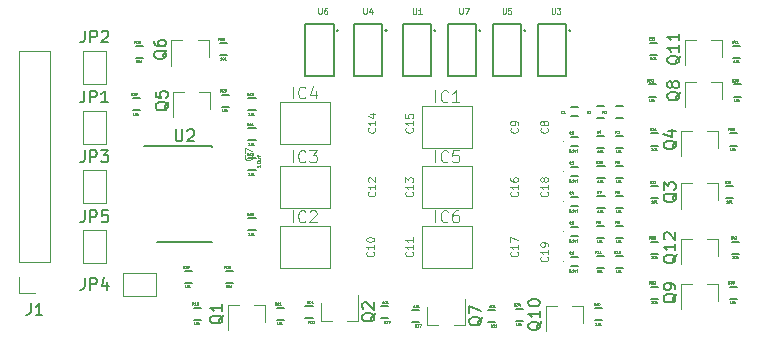
<source format=gbr>
G04 #@! TF.GenerationSoftware,KiCad,Pcbnew,5.0.2-bee76a0~70~ubuntu18.04.1*
G04 #@! TF.CreationDate,2019-01-18T08:46:58-08:00*
G04 #@! TF.ProjectId,SensorArray,53656e73-6f72-4417-9272-61792e6b6963,rev?*
G04 #@! TF.SameCoordinates,Original*
G04 #@! TF.FileFunction,Legend,Top*
G04 #@! TF.FilePolarity,Positive*
%FSLAX46Y46*%
G04 Gerber Fmt 4.6, Leading zero omitted, Abs format (unit mm)*
G04 Created by KiCad (PCBNEW 5.0.2-bee76a0~70~ubuntu18.04.1) date Fri 18 Jan 2019 08:46:58 AM PST*
%MOMM*%
%LPD*%
G01*
G04 APERTURE LIST*
%ADD10C,0.100000*%
%ADD11C,0.127000*%
%ADD12C,0.050000*%
%ADD13C,0.120000*%
%ADD14C,0.150000*%
G04 APERTURE END LIST*
D10*
G04 #@! TO.C,C1*
X178195000Y-79960000D02*
G75*
G03X178195000Y-79960000I-50000J0D01*
G01*
D11*
X178745000Y-80390000D02*
X179345000Y-80390000D01*
X178745000Y-79630000D02*
X179345000Y-79630000D01*
G04 #@! TO.C,C2*
X178745000Y-82170000D02*
X179345000Y-82170000D01*
X178745000Y-82930000D02*
X179345000Y-82930000D01*
D10*
X178195000Y-82500000D02*
G75*
G03X178195000Y-82500000I-50000J0D01*
G01*
D11*
G04 #@! TO.C,C3*
X178745000Y-84710000D02*
X179345000Y-84710000D01*
X178745000Y-85470000D02*
X179345000Y-85470000D01*
D10*
X178195000Y-85040000D02*
G75*
G03X178195000Y-85040000I-50000J0D01*
G01*
G04 #@! TO.C,C4*
X178195000Y-87580000D02*
G75*
G03X178195000Y-87580000I-50000J0D01*
G01*
D11*
X178745000Y-88010000D02*
X179345000Y-88010000D01*
X178745000Y-87250000D02*
X179345000Y-87250000D01*
D10*
G04 #@! TO.C,C5*
X178195000Y-90120000D02*
G75*
G03X178195000Y-90120000I-50000J0D01*
G01*
D11*
X178745000Y-90550000D02*
X179345000Y-90550000D01*
X178745000Y-89790000D02*
X179345000Y-89790000D01*
G04 #@! TO.C,C6*
X178745000Y-92330000D02*
X179345000Y-92330000D01*
X178745000Y-93090000D02*
X179345000Y-93090000D01*
D10*
X178195000Y-92660000D02*
G75*
G03X178195000Y-92660000I-50000J0D01*
G01*
D12*
G04 #@! TO.C,IC1*
X166195000Y-83030000D02*
X166195000Y-79530000D01*
X170395000Y-83030000D02*
X166195000Y-83030000D01*
X170395000Y-79530000D02*
X170395000Y-83030000D01*
X166195000Y-79530000D02*
X170395000Y-79530000D01*
G04 #@! TO.C,IC2*
X154130000Y-89690000D02*
X158330000Y-89690000D01*
X158330000Y-89690000D02*
X158330000Y-93190000D01*
X158330000Y-93190000D02*
X154130000Y-93190000D01*
X154130000Y-93190000D02*
X154130000Y-89690000D01*
G04 #@! TO.C,IC3*
X154130000Y-84610000D02*
X158330000Y-84610000D01*
X158330000Y-84610000D02*
X158330000Y-88110000D01*
X158330000Y-88110000D02*
X154130000Y-88110000D01*
X154130000Y-88110000D02*
X154130000Y-84610000D01*
G04 #@! TO.C,IC4*
X154130000Y-82710000D02*
X154130000Y-79210000D01*
X158330000Y-82710000D02*
X154130000Y-82710000D01*
X158330000Y-79210000D02*
X158330000Y-82710000D01*
X154130000Y-79210000D02*
X158330000Y-79210000D01*
G04 #@! TO.C,IC5*
X166175000Y-84610000D02*
X170375000Y-84610000D01*
X170375000Y-84610000D02*
X170375000Y-88110000D01*
X170375000Y-88110000D02*
X166175000Y-88110000D01*
X166175000Y-88110000D02*
X166175000Y-84610000D01*
G04 #@! TO.C,IC6*
X166175000Y-93190000D02*
X166175000Y-89690000D01*
X170375000Y-93190000D02*
X166175000Y-93190000D01*
X170375000Y-89690000D02*
X170375000Y-93190000D01*
X166175000Y-89690000D02*
X170375000Y-89690000D01*
D13*
G04 #@! TO.C,J1*
X134680000Y-92710000D02*
X132020000Y-92710000D01*
X134680000Y-92710000D02*
X134680000Y-74870000D01*
X134680000Y-74870000D02*
X132020000Y-74870000D01*
X132020000Y-92710000D02*
X132020000Y-74870000D01*
X132020000Y-95310000D02*
X132020000Y-93980000D01*
X133350000Y-95310000D02*
X132020000Y-95310000D01*
G04 #@! TO.C,JP1*
X137430000Y-82695000D02*
X137430000Y-79895000D01*
X137430000Y-79895000D02*
X139430000Y-79895000D01*
X139430000Y-79895000D02*
X139430000Y-82695000D01*
X139430000Y-82695000D02*
X137430000Y-82695000D01*
G04 #@! TO.C,JP2*
X139430000Y-77615000D02*
X137430000Y-77615000D01*
X139430000Y-74815000D02*
X139430000Y-77615000D01*
X137430000Y-74815000D02*
X139430000Y-74815000D01*
X137430000Y-77615000D02*
X137430000Y-74815000D01*
G04 #@! TO.C,JP3*
X139430000Y-87760000D02*
X137430000Y-87760000D01*
X139430000Y-84960000D02*
X139430000Y-87760000D01*
X137430000Y-84960000D02*
X139430000Y-84960000D01*
X137430000Y-87760000D02*
X137430000Y-84960000D01*
G04 #@! TO.C,JP4*
X140825000Y-95615000D02*
X140825000Y-93615000D01*
X143625000Y-95615000D02*
X140825000Y-95615000D01*
X143625000Y-93615000D02*
X143625000Y-95615000D01*
X140825000Y-93615000D02*
X143625000Y-93615000D01*
G04 #@! TO.C,JP5*
X137415000Y-92840000D02*
X137415000Y-90040000D01*
X137415000Y-90040000D02*
X139415000Y-90040000D01*
X139415000Y-90040000D02*
X139415000Y-92840000D01*
X139415000Y-92840000D02*
X137415000Y-92840000D01*
G04 #@! TO.C,Q1*
X152867000Y-96347100D02*
X152867000Y-97807100D01*
X149707000Y-96347100D02*
X149707000Y-98507100D01*
X149707000Y-96347100D02*
X150637000Y-96347100D01*
X152867000Y-96347100D02*
X151937000Y-96347100D01*
G04 #@! TO.C,Q2*
X157570000Y-97692300D02*
X158500000Y-97692300D01*
X160730000Y-97692300D02*
X159800000Y-97692300D01*
X160730000Y-97692300D02*
X160730000Y-95532300D01*
X157570000Y-97692300D02*
X157570000Y-96232300D01*
G04 #@! TO.C,Q3*
X191253000Y-86032000D02*
X191253000Y-87492000D01*
X188093000Y-86032000D02*
X188093000Y-88192000D01*
X188093000Y-86032000D02*
X189023000Y-86032000D01*
X191253000Y-86032000D02*
X190323000Y-86032000D01*
G04 #@! TO.C,Q4*
X191253000Y-81587000D02*
X191253000Y-83047000D01*
X188093000Y-81587000D02*
X188093000Y-83747000D01*
X188093000Y-81587000D02*
X189023000Y-81587000D01*
X191253000Y-81587000D02*
X190323000Y-81587000D01*
G04 #@! TO.C,Q5*
X148241000Y-78293900D02*
X148241000Y-79753900D01*
X145081000Y-78293900D02*
X145081000Y-80453900D01*
X145081000Y-78293900D02*
X146011000Y-78293900D01*
X148241000Y-78293900D02*
X147311000Y-78293900D01*
G04 #@! TO.C,Q6*
X148091000Y-73932000D02*
X147161000Y-73932000D01*
X144931000Y-73932000D02*
X145861000Y-73932000D01*
X144931000Y-73932000D02*
X144931000Y-76092000D01*
X148091000Y-73932000D02*
X148091000Y-75392000D01*
G04 #@! TO.C,Q7*
X166619000Y-98025100D02*
X167549000Y-98025100D01*
X169779000Y-98025100D02*
X168849000Y-98025100D01*
X169779000Y-98025100D02*
X169779000Y-95865100D01*
X166619000Y-98025100D02*
X166619000Y-96565100D01*
G04 #@! TO.C,Q8*
X191555000Y-77443900D02*
X190625000Y-77443900D01*
X188395000Y-77443900D02*
X189325000Y-77443900D01*
X188395000Y-77443900D02*
X188395000Y-79603900D01*
X191555000Y-77443900D02*
X191555000Y-78903900D01*
G04 #@! TO.C,Q9*
X191244000Y-94552100D02*
X191244000Y-96012100D01*
X188084000Y-94552100D02*
X188084000Y-96712100D01*
X188084000Y-94552100D02*
X189014000Y-94552100D01*
X191244000Y-94552100D02*
X190314000Y-94552100D01*
G04 #@! TO.C,Q10*
X179777000Y-96415900D02*
X178847000Y-96415900D01*
X176617000Y-96415900D02*
X177547000Y-96415900D01*
X176617000Y-96415900D02*
X176617000Y-98575900D01*
X179777000Y-96415900D02*
X179777000Y-97875900D01*
G04 #@! TO.C,Q11*
X191555000Y-73903900D02*
X191555000Y-75363900D01*
X188395000Y-73903900D02*
X188395000Y-76063900D01*
X188395000Y-73903900D02*
X189325000Y-73903900D01*
X191555000Y-73903900D02*
X190625000Y-73903900D01*
G04 #@! TO.C,Q12*
X191244000Y-90742100D02*
X190314000Y-90742100D01*
X188084000Y-90742100D02*
X189014000Y-90742100D01*
X188084000Y-90742100D02*
X188084000Y-92902100D01*
X191244000Y-90742100D02*
X191244000Y-92202100D01*
D11*
G04 #@! TO.C,R1*
X180940000Y-80525000D02*
X181540000Y-80525000D01*
X180940000Y-79495000D02*
X181540000Y-79495000D01*
G04 #@! TO.C,R2*
X182555000Y-79495000D02*
X183155000Y-79495000D01*
X182555000Y-80525000D02*
X183155000Y-80525000D01*
G04 #@! TO.C,R3*
X182555000Y-83065000D02*
X183155000Y-83065000D01*
X182555000Y-82035000D02*
X183155000Y-82035000D01*
G04 #@! TO.C,R4*
X180990000Y-82035000D02*
X181590000Y-82035000D01*
X180990000Y-83065000D02*
X181590000Y-83065000D01*
G04 #@! TO.C,R5*
X182555000Y-85605000D02*
X183155000Y-85605000D01*
X182555000Y-84575000D02*
X183155000Y-84575000D01*
G04 #@! TO.C,R6*
X182555000Y-87115000D02*
X183155000Y-87115000D01*
X182555000Y-88145000D02*
X183155000Y-88145000D01*
G04 #@! TO.C,R7*
X181015000Y-88145000D02*
X181615000Y-88145000D01*
X181015000Y-87115000D02*
X181615000Y-87115000D01*
G04 #@! TO.C,R8*
X182555000Y-89655000D02*
X183155000Y-89655000D01*
X182555000Y-90685000D02*
X183155000Y-90685000D01*
G04 #@! TO.C,R9*
X180955000Y-90685000D02*
X181555000Y-90685000D01*
X180955000Y-89655000D02*
X181555000Y-89655000D01*
G04 #@! TO.C,R10*
X182555000Y-93225000D02*
X183155000Y-93225000D01*
X182555000Y-92195000D02*
X183155000Y-92195000D01*
G04 #@! TO.C,R11*
X180960000Y-93225000D02*
X181560000Y-93225000D01*
X180960000Y-92195000D02*
X181560000Y-92195000D01*
G04 #@! TO.C,R12*
X151465000Y-83940000D02*
X152065000Y-83940000D01*
X151465000Y-84970000D02*
X152065000Y-84970000D01*
G04 #@! TO.C,R13*
X151465000Y-78860000D02*
X152065000Y-78860000D01*
X151465000Y-79890000D02*
X152065000Y-79890000D01*
G04 #@! TO.C,R14*
X151465000Y-81400000D02*
X152065000Y-81400000D01*
X151465000Y-82430000D02*
X152065000Y-82430000D01*
G04 #@! TO.C,R15*
X181010000Y-84575000D02*
X181610000Y-84575000D01*
X181010000Y-85605000D02*
X181610000Y-85605000D01*
G04 #@! TO.C,R16*
X146837000Y-96592100D02*
X147437000Y-96592100D01*
X146837000Y-97622100D02*
X147437000Y-97622100D01*
G04 #@! TO.C,R17*
X163260000Y-96417300D02*
X162660000Y-96417300D01*
X163260000Y-97447300D02*
X162660000Y-97447300D01*
G04 #@! TO.C,R18*
X151465000Y-90050000D02*
X152065000Y-90050000D01*
X151465000Y-89020000D02*
X152065000Y-89020000D01*
G04 #@! TO.C,R19*
X146055000Y-94495000D02*
X146655000Y-94495000D01*
X146055000Y-93465000D02*
X146655000Y-93465000D01*
G04 #@! TO.C,R20*
X149560000Y-93465000D02*
X150160000Y-93465000D01*
X149560000Y-94495000D02*
X150160000Y-94495000D01*
G04 #@! TO.C,R21*
X153847000Y-96592100D02*
X154447000Y-96592100D01*
X153847000Y-97622100D02*
X154447000Y-97622100D01*
G04 #@! TO.C,R22*
X156890000Y-96417300D02*
X156290000Y-96417300D01*
X156890000Y-97447300D02*
X156290000Y-97447300D01*
G04 #@! TO.C,R23*
X185563000Y-87307000D02*
X186163000Y-87307000D01*
X185563000Y-86277000D02*
X186163000Y-86277000D01*
G04 #@! TO.C,R24*
X185563000Y-81832000D02*
X186163000Y-81832000D01*
X185563000Y-82862000D02*
X186163000Y-82862000D01*
G04 #@! TO.C,R25*
X191913000Y-87307000D02*
X192513000Y-87307000D01*
X191913000Y-86277000D02*
X192513000Y-86277000D01*
G04 #@! TO.C,R26*
X192218000Y-82862000D02*
X192818000Y-82862000D01*
X192218000Y-81832000D02*
X192818000Y-81832000D01*
G04 #@! TO.C,R27*
X141660000Y-78860000D02*
X142260000Y-78860000D01*
X141660000Y-79890000D02*
X142260000Y-79890000D01*
G04 #@! TO.C,R28*
X141940000Y-74415000D02*
X142540000Y-74415000D01*
X141940000Y-75445000D02*
X142540000Y-75445000D01*
G04 #@! TO.C,R29*
X149206000Y-79568900D02*
X149806000Y-79568900D01*
X149206000Y-78538900D02*
X149806000Y-78538900D01*
G04 #@! TO.C,R30*
X149056000Y-74177000D02*
X149656000Y-74177000D01*
X149056000Y-75207000D02*
X149656000Y-75207000D01*
G04 #@! TO.C,R31*
X172309000Y-96750100D02*
X171709000Y-96750100D01*
X172309000Y-97780100D02*
X171709000Y-97780100D01*
G04 #@! TO.C,R32*
X185360000Y-78718900D02*
X185960000Y-78718900D01*
X185360000Y-77688900D02*
X185960000Y-77688900D01*
G04 #@! TO.C,R33*
X185554000Y-95827100D02*
X186154000Y-95827100D01*
X185554000Y-94797100D02*
X186154000Y-94797100D01*
G04 #@! TO.C,R34*
X174087000Y-96660900D02*
X174687000Y-96660900D01*
X174087000Y-97690900D02*
X174687000Y-97690900D01*
G04 #@! TO.C,R35*
X185475000Y-74148900D02*
X186075000Y-74148900D01*
X185475000Y-75178900D02*
X186075000Y-75178900D01*
G04 #@! TO.C,R36*
X185554000Y-90987100D02*
X186154000Y-90987100D01*
X185554000Y-92017100D02*
X186154000Y-92017100D01*
G04 #@! TO.C,R37*
X165891000Y-97780100D02*
X165291000Y-97780100D01*
X165891000Y-96750100D02*
X165291000Y-96750100D01*
G04 #@! TO.C,R38*
X192535000Y-78718900D02*
X193135000Y-78718900D01*
X192535000Y-77688900D02*
X193135000Y-77688900D01*
G04 #@! TO.C,R39*
X192209000Y-95827100D02*
X192809000Y-95827100D01*
X192209000Y-94797100D02*
X192809000Y-94797100D01*
G04 #@! TO.C,R40*
X180830000Y-97670000D02*
X181430000Y-97670000D01*
X180830000Y-96640000D02*
X181430000Y-96640000D01*
G04 #@! TO.C,R41*
X192510000Y-74415000D02*
X193110000Y-74415000D01*
X192510000Y-75445000D02*
X193110000Y-75445000D01*
G04 #@! TO.C,R42*
X192414000Y-90987100D02*
X193014000Y-90987100D01*
X192414000Y-92017100D02*
X193014000Y-92017100D01*
D14*
G04 #@! TO.C,U1*
X167306000Y-73140000D02*
G75*
G03X167306000Y-73140000I-75000J0D01*
G01*
D11*
X164535000Y-72563000D02*
X164535000Y-76963000D01*
X166935000Y-72563000D02*
X164535000Y-72563000D01*
X166935000Y-76963000D02*
X166935000Y-72563000D01*
X164535000Y-76963000D02*
X166935000Y-76963000D01*
D14*
G04 #@! TO.C,U2*
X148375000Y-82970000D02*
X148375000Y-82995000D01*
X148375000Y-91020000D02*
X148375000Y-90995000D01*
X143725000Y-91020000D02*
X143725000Y-90995000D01*
X142650000Y-82920000D02*
X148375000Y-82920000D01*
X143725000Y-91020000D02*
X148375000Y-91020000D01*
D11*
G04 #@! TO.C,U3*
X175965000Y-76953000D02*
X178365000Y-76953000D01*
X178365000Y-76953000D02*
X178365000Y-72553000D01*
X178365000Y-72553000D02*
X175965000Y-72553000D01*
X175965000Y-72553000D02*
X175965000Y-76953000D01*
D14*
X178736000Y-73130000D02*
G75*
G03X178736000Y-73130000I-75000J0D01*
G01*
G04 #@! TO.C,U4*
X163181000Y-73140000D02*
G75*
G03X163181000Y-73140000I-75000J0D01*
G01*
D11*
X160410000Y-72563000D02*
X160410000Y-76963000D01*
X162810000Y-72563000D02*
X160410000Y-72563000D01*
X162810000Y-76963000D02*
X162810000Y-72563000D01*
X160410000Y-76963000D02*
X162810000Y-76963000D01*
D14*
G04 #@! TO.C,U5*
X174926000Y-73130000D02*
G75*
G03X174926000Y-73130000I-75000J0D01*
G01*
D11*
X172155000Y-72553000D02*
X172155000Y-76953000D01*
X174555000Y-72553000D02*
X172155000Y-72553000D01*
X174555000Y-76953000D02*
X174555000Y-72553000D01*
X172155000Y-76953000D02*
X174555000Y-76953000D01*
G04 #@! TO.C,U6*
X156280000Y-76963000D02*
X158680000Y-76963000D01*
X158680000Y-76963000D02*
X158680000Y-72563000D01*
X158680000Y-72563000D02*
X156280000Y-72563000D01*
X156280000Y-72563000D02*
X156280000Y-76963000D01*
D14*
X159051000Y-73140000D02*
G75*
G03X159051000Y-73140000I-75000J0D01*
G01*
D11*
G04 #@! TO.C,U7*
X168345000Y-76953000D02*
X170745000Y-76953000D01*
X170745000Y-76953000D02*
X170745000Y-72553000D01*
X170745000Y-72553000D02*
X168345000Y-72553000D01*
X168345000Y-72553000D02*
X168345000Y-76953000D01*
D14*
X171116000Y-73130000D02*
G75*
G03X171116000Y-73130000I-75000J0D01*
G01*
G04 #@! TO.C,C1*
D12*
X178071629Y-80081509D02*
X178062094Y-80091043D01*
X178033490Y-80100578D01*
X178014421Y-80100578D01*
X177985817Y-80091043D01*
X177966748Y-80071974D01*
X177957214Y-80052905D01*
X177947679Y-80014767D01*
X177947679Y-79986163D01*
X177957214Y-79948025D01*
X177966748Y-79928956D01*
X177985817Y-79909887D01*
X178014421Y-79900352D01*
X178033490Y-79900352D01*
X178062094Y-79909887D01*
X178071629Y-79919421D01*
X178262320Y-80100578D02*
X178147905Y-80100578D01*
X178205113Y-80100578D02*
X178205113Y-79900352D01*
X178186043Y-79928956D01*
X178166974Y-79948025D01*
X178147905Y-79957559D01*
G04 #@! TO.C,C2*
X178766770Y-81842579D02*
X178757235Y-81852113D01*
X178728631Y-81861648D01*
X178709562Y-81861648D01*
X178680958Y-81852113D01*
X178661889Y-81833044D01*
X178652355Y-81813975D01*
X178642820Y-81775837D01*
X178642820Y-81747233D01*
X178652355Y-81709095D01*
X178661889Y-81690026D01*
X178680958Y-81670957D01*
X178709562Y-81661422D01*
X178728631Y-81661422D01*
X178757235Y-81670957D01*
X178766770Y-81680491D01*
X178843046Y-81680491D02*
X178852581Y-81670957D01*
X178871650Y-81661422D01*
X178919323Y-81661422D01*
X178938392Y-81670957D01*
X178947926Y-81680491D01*
X178957461Y-81699560D01*
X178957461Y-81718629D01*
X178947926Y-81747233D01*
X178833512Y-81861648D01*
X178957461Y-81861648D01*
X178627824Y-83165660D02*
X178646887Y-83165660D01*
X178665950Y-83175191D01*
X178675481Y-83184722D01*
X178685013Y-83203785D01*
X178694544Y-83241911D01*
X178694544Y-83289569D01*
X178685013Y-83327695D01*
X178675481Y-83346758D01*
X178665950Y-83356289D01*
X178646887Y-83365821D01*
X178627824Y-83365821D01*
X178608761Y-83356289D01*
X178599230Y-83346758D01*
X178589698Y-83327695D01*
X178580167Y-83289569D01*
X178580167Y-83241911D01*
X178589698Y-83203785D01*
X178599230Y-83184722D01*
X178608761Y-83175191D01*
X178627824Y-83165660D01*
X178780328Y-83346758D02*
X178789859Y-83356289D01*
X178780328Y-83365821D01*
X178770796Y-83356289D01*
X178780328Y-83346758D01*
X178780328Y-83365821D01*
X178980489Y-83365821D02*
X178866111Y-83365821D01*
X178923300Y-83365821D02*
X178923300Y-83165660D01*
X178904237Y-83194254D01*
X178885174Y-83213317D01*
X178866111Y-83222848D01*
X179152055Y-83232380D02*
X179152055Y-83365821D01*
X179066272Y-83232380D02*
X179066272Y-83337226D01*
X179075803Y-83356289D01*
X179094866Y-83365821D01*
X179123461Y-83365821D01*
X179142524Y-83356289D01*
X179152055Y-83346758D01*
X179218776Y-83232380D02*
X179295027Y-83232380D01*
X179247370Y-83365821D02*
X179247370Y-83194254D01*
X179256901Y-83175191D01*
X179275964Y-83165660D01*
X179295027Y-83165660D01*
G04 #@! TO.C,C3*
X178766770Y-84382579D02*
X178757235Y-84392113D01*
X178728631Y-84401648D01*
X178709562Y-84401648D01*
X178680958Y-84392113D01*
X178661889Y-84373044D01*
X178652355Y-84353975D01*
X178642820Y-84315837D01*
X178642820Y-84287233D01*
X178652355Y-84249095D01*
X178661889Y-84230026D01*
X178680958Y-84210957D01*
X178709562Y-84201422D01*
X178728631Y-84201422D01*
X178757235Y-84210957D01*
X178766770Y-84220491D01*
X178833512Y-84201422D02*
X178957461Y-84201422D01*
X178890719Y-84277699D01*
X178919323Y-84277699D01*
X178938392Y-84287233D01*
X178947926Y-84296768D01*
X178957461Y-84315837D01*
X178957461Y-84363510D01*
X178947926Y-84382579D01*
X178938392Y-84392113D01*
X178919323Y-84401648D01*
X178862115Y-84401648D01*
X178843046Y-84392113D01*
X178833512Y-84382579D01*
X178627824Y-85705660D02*
X178646887Y-85705660D01*
X178665950Y-85715191D01*
X178675481Y-85724722D01*
X178685013Y-85743785D01*
X178694544Y-85781911D01*
X178694544Y-85829569D01*
X178685013Y-85867695D01*
X178675481Y-85886758D01*
X178665950Y-85896289D01*
X178646887Y-85905821D01*
X178627824Y-85905821D01*
X178608761Y-85896289D01*
X178599230Y-85886758D01*
X178589698Y-85867695D01*
X178580167Y-85829569D01*
X178580167Y-85781911D01*
X178589698Y-85743785D01*
X178599230Y-85724722D01*
X178608761Y-85715191D01*
X178627824Y-85705660D01*
X178780328Y-85886758D02*
X178789859Y-85896289D01*
X178780328Y-85905821D01*
X178770796Y-85896289D01*
X178780328Y-85886758D01*
X178780328Y-85905821D01*
X178980489Y-85905821D02*
X178866111Y-85905821D01*
X178923300Y-85905821D02*
X178923300Y-85705660D01*
X178904237Y-85734254D01*
X178885174Y-85753317D01*
X178866111Y-85762848D01*
X179152055Y-85772380D02*
X179152055Y-85905821D01*
X179066272Y-85772380D02*
X179066272Y-85877226D01*
X179075803Y-85896289D01*
X179094866Y-85905821D01*
X179123461Y-85905821D01*
X179142524Y-85896289D01*
X179152055Y-85886758D01*
X179218776Y-85772380D02*
X179295027Y-85772380D01*
X179247370Y-85905821D02*
X179247370Y-85734254D01*
X179256901Y-85715191D01*
X179275964Y-85705660D01*
X179295027Y-85705660D01*
G04 #@! TO.C,C4*
X178766770Y-86922579D02*
X178757235Y-86932113D01*
X178728631Y-86941648D01*
X178709562Y-86941648D01*
X178680958Y-86932113D01*
X178661889Y-86913044D01*
X178652355Y-86893975D01*
X178642820Y-86855837D01*
X178642820Y-86827233D01*
X178652355Y-86789095D01*
X178661889Y-86770026D01*
X178680958Y-86750957D01*
X178709562Y-86741422D01*
X178728631Y-86741422D01*
X178757235Y-86750957D01*
X178766770Y-86760491D01*
X178938392Y-86808164D02*
X178938392Y-86941648D01*
X178890719Y-86731887D02*
X178843046Y-86874906D01*
X178966996Y-86874906D01*
X178627824Y-88245660D02*
X178646887Y-88245660D01*
X178665950Y-88255191D01*
X178675481Y-88264722D01*
X178685013Y-88283785D01*
X178694544Y-88321911D01*
X178694544Y-88369569D01*
X178685013Y-88407695D01*
X178675481Y-88426758D01*
X178665950Y-88436289D01*
X178646887Y-88445821D01*
X178627824Y-88445821D01*
X178608761Y-88436289D01*
X178599230Y-88426758D01*
X178589698Y-88407695D01*
X178580167Y-88369569D01*
X178580167Y-88321911D01*
X178589698Y-88283785D01*
X178599230Y-88264722D01*
X178608761Y-88255191D01*
X178627824Y-88245660D01*
X178780328Y-88426758D02*
X178789859Y-88436289D01*
X178780328Y-88445821D01*
X178770796Y-88436289D01*
X178780328Y-88426758D01*
X178780328Y-88445821D01*
X178980489Y-88445821D02*
X178866111Y-88445821D01*
X178923300Y-88445821D02*
X178923300Y-88245660D01*
X178904237Y-88274254D01*
X178885174Y-88293317D01*
X178866111Y-88302848D01*
X179152055Y-88312380D02*
X179152055Y-88445821D01*
X179066272Y-88312380D02*
X179066272Y-88417226D01*
X179075803Y-88436289D01*
X179094866Y-88445821D01*
X179123461Y-88445821D01*
X179142524Y-88436289D01*
X179152055Y-88426758D01*
X179218776Y-88312380D02*
X179295027Y-88312380D01*
X179247370Y-88445821D02*
X179247370Y-88274254D01*
X179256901Y-88255191D01*
X179275964Y-88245660D01*
X179295027Y-88245660D01*
G04 #@! TO.C,C5*
X178766770Y-89462579D02*
X178757235Y-89472113D01*
X178728631Y-89481648D01*
X178709562Y-89481648D01*
X178680958Y-89472113D01*
X178661889Y-89453044D01*
X178652355Y-89433975D01*
X178642820Y-89395837D01*
X178642820Y-89367233D01*
X178652355Y-89329095D01*
X178661889Y-89310026D01*
X178680958Y-89290957D01*
X178709562Y-89281422D01*
X178728631Y-89281422D01*
X178757235Y-89290957D01*
X178766770Y-89300491D01*
X178947926Y-89281422D02*
X178852581Y-89281422D01*
X178843046Y-89376768D01*
X178852581Y-89367233D01*
X178871650Y-89357699D01*
X178919323Y-89357699D01*
X178938392Y-89367233D01*
X178947926Y-89376768D01*
X178957461Y-89395837D01*
X178957461Y-89443510D01*
X178947926Y-89462579D01*
X178938392Y-89472113D01*
X178919323Y-89481648D01*
X178871650Y-89481648D01*
X178852581Y-89472113D01*
X178843046Y-89462579D01*
X178627824Y-90785660D02*
X178646887Y-90785660D01*
X178665950Y-90795191D01*
X178675481Y-90804722D01*
X178685013Y-90823785D01*
X178694544Y-90861911D01*
X178694544Y-90909569D01*
X178685013Y-90947695D01*
X178675481Y-90966758D01*
X178665950Y-90976289D01*
X178646887Y-90985821D01*
X178627824Y-90985821D01*
X178608761Y-90976289D01*
X178599230Y-90966758D01*
X178589698Y-90947695D01*
X178580167Y-90909569D01*
X178580167Y-90861911D01*
X178589698Y-90823785D01*
X178599230Y-90804722D01*
X178608761Y-90795191D01*
X178627824Y-90785660D01*
X178780328Y-90966758D02*
X178789859Y-90976289D01*
X178780328Y-90985821D01*
X178770796Y-90976289D01*
X178780328Y-90966758D01*
X178780328Y-90985821D01*
X178980489Y-90985821D02*
X178866111Y-90985821D01*
X178923300Y-90985821D02*
X178923300Y-90785660D01*
X178904237Y-90814254D01*
X178885174Y-90833317D01*
X178866111Y-90842848D01*
X179152055Y-90852380D02*
X179152055Y-90985821D01*
X179066272Y-90852380D02*
X179066272Y-90957226D01*
X179075803Y-90976289D01*
X179094866Y-90985821D01*
X179123461Y-90985821D01*
X179142524Y-90976289D01*
X179152055Y-90966758D01*
X179218776Y-90852380D02*
X179295027Y-90852380D01*
X179247370Y-90985821D02*
X179247370Y-90814254D01*
X179256901Y-90795191D01*
X179275964Y-90785660D01*
X179295027Y-90785660D01*
G04 #@! TO.C,C6*
X178766770Y-92002579D02*
X178757235Y-92012113D01*
X178728631Y-92021648D01*
X178709562Y-92021648D01*
X178680958Y-92012113D01*
X178661889Y-91993044D01*
X178652355Y-91973975D01*
X178642820Y-91935837D01*
X178642820Y-91907233D01*
X178652355Y-91869095D01*
X178661889Y-91850026D01*
X178680958Y-91830957D01*
X178709562Y-91821422D01*
X178728631Y-91821422D01*
X178757235Y-91830957D01*
X178766770Y-91840491D01*
X178938392Y-91821422D02*
X178900254Y-91821422D01*
X178881184Y-91830957D01*
X178871650Y-91840491D01*
X178852581Y-91869095D01*
X178843046Y-91907233D01*
X178843046Y-91983510D01*
X178852581Y-92002579D01*
X178862115Y-92012113D01*
X178881184Y-92021648D01*
X178919323Y-92021648D01*
X178938392Y-92012113D01*
X178947926Y-92002579D01*
X178957461Y-91983510D01*
X178957461Y-91935837D01*
X178947926Y-91916768D01*
X178938392Y-91907233D01*
X178919323Y-91897699D01*
X178881184Y-91897699D01*
X178862115Y-91907233D01*
X178852581Y-91916768D01*
X178843046Y-91935837D01*
X178627824Y-93325660D02*
X178646887Y-93325660D01*
X178665950Y-93335191D01*
X178675481Y-93344722D01*
X178685013Y-93363785D01*
X178694544Y-93401911D01*
X178694544Y-93449569D01*
X178685013Y-93487695D01*
X178675481Y-93506758D01*
X178665950Y-93516289D01*
X178646887Y-93525821D01*
X178627824Y-93525821D01*
X178608761Y-93516289D01*
X178599230Y-93506758D01*
X178589698Y-93487695D01*
X178580167Y-93449569D01*
X178580167Y-93401911D01*
X178589698Y-93363785D01*
X178599230Y-93344722D01*
X178608761Y-93335191D01*
X178627824Y-93325660D01*
X178780328Y-93506758D02*
X178789859Y-93516289D01*
X178780328Y-93525821D01*
X178770796Y-93516289D01*
X178780328Y-93506758D01*
X178780328Y-93525821D01*
X178980489Y-93525821D02*
X178866111Y-93525821D01*
X178923300Y-93525821D02*
X178923300Y-93325660D01*
X178904237Y-93354254D01*
X178885174Y-93373317D01*
X178866111Y-93382848D01*
X179152055Y-93392380D02*
X179152055Y-93525821D01*
X179066272Y-93392380D02*
X179066272Y-93497226D01*
X179075803Y-93516289D01*
X179094866Y-93525821D01*
X179123461Y-93525821D01*
X179142524Y-93516289D01*
X179152055Y-93506758D01*
X179218776Y-93392380D02*
X179295027Y-93392380D01*
X179247370Y-93525821D02*
X179247370Y-93354254D01*
X179256901Y-93335191D01*
X179275964Y-93325660D01*
X179295027Y-93325660D01*
G04 #@! TO.C,C7*
X151714171Y-83698066D02*
X151744647Y-83728542D01*
X151775123Y-83819971D01*
X151775123Y-83880923D01*
X151744647Y-83972352D01*
X151683695Y-84033304D01*
X151622742Y-84063780D01*
X151500838Y-84094257D01*
X151409409Y-84094257D01*
X151287504Y-84063780D01*
X151226552Y-84033304D01*
X151165600Y-83972352D01*
X151135123Y-83880923D01*
X151135123Y-83819971D01*
X151165600Y-83728542D01*
X151196076Y-83698066D01*
X151135123Y-83484733D02*
X151135123Y-83058066D01*
X151775123Y-83332352D01*
X152468561Y-84498142D02*
X152468561Y-84681000D01*
X152468561Y-84589571D02*
X152148561Y-84589571D01*
X152194276Y-84620047D01*
X152224752Y-84650523D01*
X152239990Y-84681000D01*
X152148561Y-84300047D02*
X152148561Y-84269571D01*
X152163800Y-84239095D01*
X152179038Y-84223857D01*
X152209514Y-84208619D01*
X152270466Y-84193380D01*
X152346657Y-84193380D01*
X152407609Y-84208619D01*
X152438085Y-84223857D01*
X152453323Y-84239095D01*
X152468561Y-84269571D01*
X152468561Y-84300047D01*
X152453323Y-84330523D01*
X152438085Y-84345761D01*
X152407609Y-84361000D01*
X152346657Y-84376238D01*
X152270466Y-84376238D01*
X152209514Y-84361000D01*
X152179038Y-84345761D01*
X152163800Y-84330523D01*
X152148561Y-84300047D01*
X152255228Y-83919095D02*
X152468561Y-83919095D01*
X152255228Y-84056238D02*
X152422847Y-84056238D01*
X152453323Y-84041000D01*
X152468561Y-84010523D01*
X152468561Y-83964809D01*
X152453323Y-83934333D01*
X152438085Y-83919095D01*
X152255228Y-83812428D02*
X152255228Y-83690523D01*
X152468561Y-83766714D02*
X152194276Y-83766714D01*
X152163800Y-83751476D01*
X152148561Y-83721000D01*
X152148561Y-83690523D01*
G04 #@! TO.C,C8*
X176758571Y-81386666D02*
X176789047Y-81417142D01*
X176819523Y-81508571D01*
X176819523Y-81569523D01*
X176789047Y-81660952D01*
X176728095Y-81721904D01*
X176667142Y-81752380D01*
X176545238Y-81782857D01*
X176453809Y-81782857D01*
X176331904Y-81752380D01*
X176270952Y-81721904D01*
X176210000Y-81660952D01*
X176179523Y-81569523D01*
X176179523Y-81508571D01*
X176210000Y-81417142D01*
X176240476Y-81386666D01*
X176453809Y-81020952D02*
X176423333Y-81081904D01*
X176392857Y-81112380D01*
X176331904Y-81142857D01*
X176301428Y-81142857D01*
X176240476Y-81112380D01*
X176210000Y-81081904D01*
X176179523Y-81020952D01*
X176179523Y-80899047D01*
X176210000Y-80838095D01*
X176240476Y-80807619D01*
X176301428Y-80777142D01*
X176331904Y-80777142D01*
X176392857Y-80807619D01*
X176423333Y-80838095D01*
X176453809Y-80899047D01*
X176453809Y-81020952D01*
X176484285Y-81081904D01*
X176514761Y-81112380D01*
X176575714Y-81142857D01*
X176697619Y-81142857D01*
X176758571Y-81112380D01*
X176789047Y-81081904D01*
X176819523Y-81020952D01*
X176819523Y-80899047D01*
X176789047Y-80838095D01*
X176758571Y-80807619D01*
X176697619Y-80777142D01*
X176575714Y-80777142D01*
X176514761Y-80807619D01*
X176484285Y-80838095D01*
X176453809Y-80899047D01*
G04 #@! TO.C,C9*
X174218571Y-81386666D02*
X174249047Y-81417142D01*
X174279523Y-81508571D01*
X174279523Y-81569523D01*
X174249047Y-81660952D01*
X174188095Y-81721904D01*
X174127142Y-81752380D01*
X174005238Y-81782857D01*
X173913809Y-81782857D01*
X173791904Y-81752380D01*
X173730952Y-81721904D01*
X173670000Y-81660952D01*
X173639523Y-81569523D01*
X173639523Y-81508571D01*
X173670000Y-81417142D01*
X173700476Y-81386666D01*
X174279523Y-81081904D02*
X174279523Y-80960000D01*
X174249047Y-80899047D01*
X174218571Y-80868571D01*
X174127142Y-80807619D01*
X174005238Y-80777142D01*
X173761428Y-80777142D01*
X173700476Y-80807619D01*
X173670000Y-80838095D01*
X173639523Y-80899047D01*
X173639523Y-81020952D01*
X173670000Y-81081904D01*
X173700476Y-81112380D01*
X173761428Y-81142857D01*
X173913809Y-81142857D01*
X173974761Y-81112380D01*
X174005238Y-81081904D01*
X174035714Y-81020952D01*
X174035714Y-80899047D01*
X174005238Y-80838095D01*
X173974761Y-80807619D01*
X173913809Y-80777142D01*
G04 #@! TO.C,C10*
X162023571Y-91851428D02*
X162054047Y-91881904D01*
X162084523Y-91973333D01*
X162084523Y-92034285D01*
X162054047Y-92125714D01*
X161993095Y-92186666D01*
X161932142Y-92217142D01*
X161810238Y-92247619D01*
X161718809Y-92247619D01*
X161596904Y-92217142D01*
X161535952Y-92186666D01*
X161475000Y-92125714D01*
X161444523Y-92034285D01*
X161444523Y-91973333D01*
X161475000Y-91881904D01*
X161505476Y-91851428D01*
X162084523Y-91241904D02*
X162084523Y-91607619D01*
X162084523Y-91424761D02*
X161444523Y-91424761D01*
X161535952Y-91485714D01*
X161596904Y-91546666D01*
X161627380Y-91607619D01*
X161444523Y-90845714D02*
X161444523Y-90784761D01*
X161475000Y-90723809D01*
X161505476Y-90693333D01*
X161566428Y-90662857D01*
X161688333Y-90632380D01*
X161840714Y-90632380D01*
X161962619Y-90662857D01*
X162023571Y-90693333D01*
X162054047Y-90723809D01*
X162084523Y-90784761D01*
X162084523Y-90845714D01*
X162054047Y-90906666D01*
X162023571Y-90937142D01*
X161962619Y-90967619D01*
X161840714Y-90998095D01*
X161688333Y-90998095D01*
X161566428Y-90967619D01*
X161505476Y-90937142D01*
X161475000Y-90906666D01*
X161444523Y-90845714D01*
G04 #@! TO.C,C11*
X165328571Y-91851428D02*
X165359047Y-91881904D01*
X165389523Y-91973333D01*
X165389523Y-92034285D01*
X165359047Y-92125714D01*
X165298095Y-92186666D01*
X165237142Y-92217142D01*
X165115238Y-92247619D01*
X165023809Y-92247619D01*
X164901904Y-92217142D01*
X164840952Y-92186666D01*
X164780000Y-92125714D01*
X164749523Y-92034285D01*
X164749523Y-91973333D01*
X164780000Y-91881904D01*
X164810476Y-91851428D01*
X165389523Y-91241904D02*
X165389523Y-91607619D01*
X165389523Y-91424761D02*
X164749523Y-91424761D01*
X164840952Y-91485714D01*
X164901904Y-91546666D01*
X164932380Y-91607619D01*
X165389523Y-90632380D02*
X165389523Y-90998095D01*
X165389523Y-90815238D02*
X164749523Y-90815238D01*
X164840952Y-90876190D01*
X164901904Y-90937142D01*
X164932380Y-90998095D01*
G04 #@! TO.C,C12*
X162153571Y-86771428D02*
X162184047Y-86801904D01*
X162214523Y-86893333D01*
X162214523Y-86954285D01*
X162184047Y-87045714D01*
X162123095Y-87106666D01*
X162062142Y-87137142D01*
X161940238Y-87167619D01*
X161848809Y-87167619D01*
X161726904Y-87137142D01*
X161665952Y-87106666D01*
X161605000Y-87045714D01*
X161574523Y-86954285D01*
X161574523Y-86893333D01*
X161605000Y-86801904D01*
X161635476Y-86771428D01*
X162214523Y-86161904D02*
X162214523Y-86527619D01*
X162214523Y-86344761D02*
X161574523Y-86344761D01*
X161665952Y-86405714D01*
X161726904Y-86466666D01*
X161757380Y-86527619D01*
X161635476Y-85918095D02*
X161605000Y-85887619D01*
X161574523Y-85826666D01*
X161574523Y-85674285D01*
X161605000Y-85613333D01*
X161635476Y-85582857D01*
X161696428Y-85552380D01*
X161757380Y-85552380D01*
X161848809Y-85582857D01*
X162214523Y-85948571D01*
X162214523Y-85552380D01*
G04 #@! TO.C,C13*
X165328571Y-86771428D02*
X165359047Y-86801904D01*
X165389523Y-86893333D01*
X165389523Y-86954285D01*
X165359047Y-87045714D01*
X165298095Y-87106666D01*
X165237142Y-87137142D01*
X165115238Y-87167619D01*
X165023809Y-87167619D01*
X164901904Y-87137142D01*
X164840952Y-87106666D01*
X164780000Y-87045714D01*
X164749523Y-86954285D01*
X164749523Y-86893333D01*
X164780000Y-86801904D01*
X164810476Y-86771428D01*
X165389523Y-86161904D02*
X165389523Y-86527619D01*
X165389523Y-86344761D02*
X164749523Y-86344761D01*
X164840952Y-86405714D01*
X164901904Y-86466666D01*
X164932380Y-86527619D01*
X164749523Y-85948571D02*
X164749523Y-85552380D01*
X164993333Y-85765714D01*
X164993333Y-85674285D01*
X165023809Y-85613333D01*
X165054285Y-85582857D01*
X165115238Y-85552380D01*
X165267619Y-85552380D01*
X165328571Y-85582857D01*
X165359047Y-85613333D01*
X165389523Y-85674285D01*
X165389523Y-85857142D01*
X165359047Y-85918095D01*
X165328571Y-85948571D01*
G04 #@! TO.C,C14*
X162153571Y-81371428D02*
X162184047Y-81401904D01*
X162214523Y-81493333D01*
X162214523Y-81554285D01*
X162184047Y-81645714D01*
X162123095Y-81706666D01*
X162062142Y-81737142D01*
X161940238Y-81767619D01*
X161848809Y-81767619D01*
X161726904Y-81737142D01*
X161665952Y-81706666D01*
X161605000Y-81645714D01*
X161574523Y-81554285D01*
X161574523Y-81493333D01*
X161605000Y-81401904D01*
X161635476Y-81371428D01*
X162214523Y-80761904D02*
X162214523Y-81127619D01*
X162214523Y-80944761D02*
X161574523Y-80944761D01*
X161665952Y-81005714D01*
X161726904Y-81066666D01*
X161757380Y-81127619D01*
X161787857Y-80213333D02*
X162214523Y-80213333D01*
X161544047Y-80365714D02*
X162001190Y-80518095D01*
X162001190Y-80121904D01*
G04 #@! TO.C,C15*
X165328571Y-81371428D02*
X165359047Y-81401904D01*
X165389523Y-81493333D01*
X165389523Y-81554285D01*
X165359047Y-81645714D01*
X165298095Y-81706666D01*
X165237142Y-81737142D01*
X165115238Y-81767619D01*
X165023809Y-81767619D01*
X164901904Y-81737142D01*
X164840952Y-81706666D01*
X164780000Y-81645714D01*
X164749523Y-81554285D01*
X164749523Y-81493333D01*
X164780000Y-81401904D01*
X164810476Y-81371428D01*
X165389523Y-80761904D02*
X165389523Y-81127619D01*
X165389523Y-80944761D02*
X164749523Y-80944761D01*
X164840952Y-81005714D01*
X164901904Y-81066666D01*
X164932380Y-81127619D01*
X164749523Y-80182857D02*
X164749523Y-80487619D01*
X165054285Y-80518095D01*
X165023809Y-80487619D01*
X164993333Y-80426666D01*
X164993333Y-80274285D01*
X165023809Y-80213333D01*
X165054285Y-80182857D01*
X165115238Y-80152380D01*
X165267619Y-80152380D01*
X165328571Y-80182857D01*
X165359047Y-80213333D01*
X165389523Y-80274285D01*
X165389523Y-80426666D01*
X165359047Y-80487619D01*
X165328571Y-80518095D01*
G04 #@! TO.C,C16*
X174218571Y-86771428D02*
X174249047Y-86801904D01*
X174279523Y-86893333D01*
X174279523Y-86954285D01*
X174249047Y-87045714D01*
X174188095Y-87106666D01*
X174127142Y-87137142D01*
X174005238Y-87167619D01*
X173913809Y-87167619D01*
X173791904Y-87137142D01*
X173730952Y-87106666D01*
X173670000Y-87045714D01*
X173639523Y-86954285D01*
X173639523Y-86893333D01*
X173670000Y-86801904D01*
X173700476Y-86771428D01*
X174279523Y-86161904D02*
X174279523Y-86527619D01*
X174279523Y-86344761D02*
X173639523Y-86344761D01*
X173730952Y-86405714D01*
X173791904Y-86466666D01*
X173822380Y-86527619D01*
X173639523Y-85613333D02*
X173639523Y-85735238D01*
X173670000Y-85796190D01*
X173700476Y-85826666D01*
X173791904Y-85887619D01*
X173913809Y-85918095D01*
X174157619Y-85918095D01*
X174218571Y-85887619D01*
X174249047Y-85857142D01*
X174279523Y-85796190D01*
X174279523Y-85674285D01*
X174249047Y-85613333D01*
X174218571Y-85582857D01*
X174157619Y-85552380D01*
X174005238Y-85552380D01*
X173944285Y-85582857D01*
X173913809Y-85613333D01*
X173883333Y-85674285D01*
X173883333Y-85796190D01*
X173913809Y-85857142D01*
X173944285Y-85887619D01*
X174005238Y-85918095D01*
G04 #@! TO.C,C17*
X174218571Y-91851428D02*
X174249047Y-91881904D01*
X174279523Y-91973333D01*
X174279523Y-92034285D01*
X174249047Y-92125714D01*
X174188095Y-92186666D01*
X174127142Y-92217142D01*
X174005238Y-92247619D01*
X173913809Y-92247619D01*
X173791904Y-92217142D01*
X173730952Y-92186666D01*
X173670000Y-92125714D01*
X173639523Y-92034285D01*
X173639523Y-91973333D01*
X173670000Y-91881904D01*
X173700476Y-91851428D01*
X174279523Y-91241904D02*
X174279523Y-91607619D01*
X174279523Y-91424761D02*
X173639523Y-91424761D01*
X173730952Y-91485714D01*
X173791904Y-91546666D01*
X173822380Y-91607619D01*
X173639523Y-91028571D02*
X173639523Y-90601904D01*
X174279523Y-90876190D01*
G04 #@! TO.C,C18*
X176758571Y-86771428D02*
X176789047Y-86801904D01*
X176819523Y-86893333D01*
X176819523Y-86954285D01*
X176789047Y-87045714D01*
X176728095Y-87106666D01*
X176667142Y-87137142D01*
X176545238Y-87167619D01*
X176453809Y-87167619D01*
X176331904Y-87137142D01*
X176270952Y-87106666D01*
X176210000Y-87045714D01*
X176179523Y-86954285D01*
X176179523Y-86893333D01*
X176210000Y-86801904D01*
X176240476Y-86771428D01*
X176819523Y-86161904D02*
X176819523Y-86527619D01*
X176819523Y-86344761D02*
X176179523Y-86344761D01*
X176270952Y-86405714D01*
X176331904Y-86466666D01*
X176362380Y-86527619D01*
X176453809Y-85796190D02*
X176423333Y-85857142D01*
X176392857Y-85887619D01*
X176331904Y-85918095D01*
X176301428Y-85918095D01*
X176240476Y-85887619D01*
X176210000Y-85857142D01*
X176179523Y-85796190D01*
X176179523Y-85674285D01*
X176210000Y-85613333D01*
X176240476Y-85582857D01*
X176301428Y-85552380D01*
X176331904Y-85552380D01*
X176392857Y-85582857D01*
X176423333Y-85613333D01*
X176453809Y-85674285D01*
X176453809Y-85796190D01*
X176484285Y-85857142D01*
X176514761Y-85887619D01*
X176575714Y-85918095D01*
X176697619Y-85918095D01*
X176758571Y-85887619D01*
X176789047Y-85857142D01*
X176819523Y-85796190D01*
X176819523Y-85674285D01*
X176789047Y-85613333D01*
X176758571Y-85582857D01*
X176697619Y-85552380D01*
X176575714Y-85552380D01*
X176514761Y-85582857D01*
X176484285Y-85613333D01*
X176453809Y-85674285D01*
G04 #@! TO.C,C19*
X176758571Y-92271428D02*
X176789047Y-92301904D01*
X176819523Y-92393333D01*
X176819523Y-92454285D01*
X176789047Y-92545714D01*
X176728095Y-92606666D01*
X176667142Y-92637142D01*
X176545238Y-92667619D01*
X176453809Y-92667619D01*
X176331904Y-92637142D01*
X176270952Y-92606666D01*
X176210000Y-92545714D01*
X176179523Y-92454285D01*
X176179523Y-92393333D01*
X176210000Y-92301904D01*
X176240476Y-92271428D01*
X176819523Y-91661904D02*
X176819523Y-92027619D01*
X176819523Y-91844761D02*
X176179523Y-91844761D01*
X176270952Y-91905714D01*
X176331904Y-91966666D01*
X176362380Y-92027619D01*
X176819523Y-91357142D02*
X176819523Y-91235238D01*
X176789047Y-91174285D01*
X176758571Y-91143809D01*
X176667142Y-91082857D01*
X176545238Y-91052380D01*
X176301428Y-91052380D01*
X176240476Y-91082857D01*
X176210000Y-91113333D01*
X176179523Y-91174285D01*
X176179523Y-91296190D01*
X176210000Y-91357142D01*
X176240476Y-91387619D01*
X176301428Y-91418095D01*
X176453809Y-91418095D01*
X176514761Y-91387619D01*
X176545238Y-91357142D01*
X176575714Y-91296190D01*
X176575714Y-91174285D01*
X176545238Y-91113333D01*
X176514761Y-91082857D01*
X176453809Y-91052380D01*
G04 #@! TO.C,IC1*
X167295861Y-79193747D02*
X167295861Y-78190727D01*
X168346644Y-79098221D02*
X168298881Y-79145984D01*
X168155592Y-79193747D01*
X168060067Y-79193747D01*
X167916778Y-79145984D01*
X167821252Y-79050458D01*
X167773490Y-78954932D01*
X167725727Y-78763881D01*
X167725727Y-78620592D01*
X167773490Y-78429541D01*
X167821252Y-78334015D01*
X167916778Y-78238490D01*
X168060067Y-78190727D01*
X168155592Y-78190727D01*
X168298881Y-78238490D01*
X168346644Y-78286252D01*
X169301901Y-79193747D02*
X168728747Y-79193747D01*
X169015324Y-79193747D02*
X169015324Y-78190727D01*
X168919798Y-78334015D01*
X168824272Y-78429541D01*
X168728747Y-78477304D01*
G04 #@! TO.C,IC2*
X155230861Y-89353747D02*
X155230861Y-88350727D01*
X156281644Y-89258221D02*
X156233881Y-89305984D01*
X156090592Y-89353747D01*
X155995067Y-89353747D01*
X155851778Y-89305984D01*
X155756252Y-89210458D01*
X155708490Y-89114932D01*
X155660727Y-88923881D01*
X155660727Y-88780592D01*
X155708490Y-88589541D01*
X155756252Y-88494015D01*
X155851778Y-88398490D01*
X155995067Y-88350727D01*
X156090592Y-88350727D01*
X156233881Y-88398490D01*
X156281644Y-88446252D01*
X156663747Y-88446252D02*
X156711510Y-88398490D01*
X156807035Y-88350727D01*
X157045850Y-88350727D01*
X157141375Y-88398490D01*
X157189138Y-88446252D01*
X157236901Y-88541778D01*
X157236901Y-88637304D01*
X157189138Y-88780592D01*
X156615984Y-89353747D01*
X157236901Y-89353747D01*
G04 #@! TO.C,IC3*
X155230861Y-84273747D02*
X155230861Y-83270727D01*
X156281644Y-84178221D02*
X156233881Y-84225984D01*
X156090592Y-84273747D01*
X155995067Y-84273747D01*
X155851778Y-84225984D01*
X155756252Y-84130458D01*
X155708490Y-84034932D01*
X155660727Y-83843881D01*
X155660727Y-83700592D01*
X155708490Y-83509541D01*
X155756252Y-83414015D01*
X155851778Y-83318490D01*
X155995067Y-83270727D01*
X156090592Y-83270727D01*
X156233881Y-83318490D01*
X156281644Y-83366252D01*
X156615984Y-83270727D02*
X157236901Y-83270727D01*
X156902561Y-83652830D01*
X157045850Y-83652830D01*
X157141375Y-83700592D01*
X157189138Y-83748355D01*
X157236901Y-83843881D01*
X157236901Y-84082695D01*
X157189138Y-84178221D01*
X157141375Y-84225984D01*
X157045850Y-84273747D01*
X156759272Y-84273747D01*
X156663747Y-84225984D01*
X156615984Y-84178221D01*
G04 #@! TO.C,IC4*
X155230861Y-78873747D02*
X155230861Y-77870727D01*
X156281644Y-78778221D02*
X156233881Y-78825984D01*
X156090592Y-78873747D01*
X155995067Y-78873747D01*
X155851778Y-78825984D01*
X155756252Y-78730458D01*
X155708490Y-78634932D01*
X155660727Y-78443881D01*
X155660727Y-78300592D01*
X155708490Y-78109541D01*
X155756252Y-78014015D01*
X155851778Y-77918490D01*
X155995067Y-77870727D01*
X156090592Y-77870727D01*
X156233881Y-77918490D01*
X156281644Y-77966252D01*
X157141375Y-78205067D02*
X157141375Y-78873747D01*
X156902561Y-77822964D02*
X156663747Y-78539407D01*
X157284664Y-78539407D01*
G04 #@! TO.C,IC5*
X167295861Y-84273747D02*
X167295861Y-83270727D01*
X168346644Y-84178221D02*
X168298881Y-84225984D01*
X168155592Y-84273747D01*
X168060067Y-84273747D01*
X167916778Y-84225984D01*
X167821252Y-84130458D01*
X167773490Y-84034932D01*
X167725727Y-83843881D01*
X167725727Y-83700592D01*
X167773490Y-83509541D01*
X167821252Y-83414015D01*
X167916778Y-83318490D01*
X168060067Y-83270727D01*
X168155592Y-83270727D01*
X168298881Y-83318490D01*
X168346644Y-83366252D01*
X169254138Y-83270727D02*
X168776510Y-83270727D01*
X168728747Y-83748355D01*
X168776510Y-83700592D01*
X168872035Y-83652830D01*
X169110850Y-83652830D01*
X169206375Y-83700592D01*
X169254138Y-83748355D01*
X169301901Y-83843881D01*
X169301901Y-84082695D01*
X169254138Y-84178221D01*
X169206375Y-84225984D01*
X169110850Y-84273747D01*
X168872035Y-84273747D01*
X168776510Y-84225984D01*
X168728747Y-84178221D01*
G04 #@! TO.C,IC6*
X167295861Y-89353747D02*
X167295861Y-88350727D01*
X168346644Y-89258221D02*
X168298881Y-89305984D01*
X168155592Y-89353747D01*
X168060067Y-89353747D01*
X167916778Y-89305984D01*
X167821252Y-89210458D01*
X167773490Y-89114932D01*
X167725727Y-88923881D01*
X167725727Y-88780592D01*
X167773490Y-88589541D01*
X167821252Y-88494015D01*
X167916778Y-88398490D01*
X168060067Y-88350727D01*
X168155592Y-88350727D01*
X168298881Y-88398490D01*
X168346644Y-88446252D01*
X169206375Y-88350727D02*
X169015324Y-88350727D01*
X168919798Y-88398490D01*
X168872035Y-88446252D01*
X168776510Y-88589541D01*
X168728747Y-88780592D01*
X168728747Y-89162695D01*
X168776510Y-89258221D01*
X168824272Y-89305984D01*
X168919798Y-89353747D01*
X169110850Y-89353747D01*
X169206375Y-89305984D01*
X169254138Y-89258221D01*
X169301901Y-89162695D01*
X169301901Y-88923881D01*
X169254138Y-88828355D01*
X169206375Y-88780592D01*
X169110850Y-88732830D01*
X168919798Y-88732830D01*
X168824272Y-88780592D01*
X168776510Y-88828355D01*
X168728747Y-88923881D01*
G04 #@! TO.C,J1*
D14*
X133016666Y-96202380D02*
X133016666Y-96916666D01*
X132969047Y-97059523D01*
X132873809Y-97154761D01*
X132730952Y-97202380D01*
X132635714Y-97202380D01*
X134016666Y-97202380D02*
X133445238Y-97202380D01*
X133730952Y-97202380D02*
X133730952Y-96202380D01*
X133635714Y-96345238D01*
X133540476Y-96440476D01*
X133445238Y-96488095D01*
G04 #@! TO.C,JP1*
X137581666Y-78207380D02*
X137581666Y-78921666D01*
X137534047Y-79064523D01*
X137438809Y-79159761D01*
X137295952Y-79207380D01*
X137200714Y-79207380D01*
X138057857Y-79207380D02*
X138057857Y-78207380D01*
X138438809Y-78207380D01*
X138534047Y-78255000D01*
X138581666Y-78302619D01*
X138629285Y-78397857D01*
X138629285Y-78540714D01*
X138581666Y-78635952D01*
X138534047Y-78683571D01*
X138438809Y-78731190D01*
X138057857Y-78731190D01*
X139581666Y-79207380D02*
X139010238Y-79207380D01*
X139295952Y-79207380D02*
X139295952Y-78207380D01*
X139200714Y-78350238D01*
X139105476Y-78445476D01*
X139010238Y-78493095D01*
G04 #@! TO.C,JP2*
X137611666Y-73127380D02*
X137611666Y-73841666D01*
X137564047Y-73984523D01*
X137468809Y-74079761D01*
X137325952Y-74127380D01*
X137230714Y-74127380D01*
X138087857Y-74127380D02*
X138087857Y-73127380D01*
X138468809Y-73127380D01*
X138564047Y-73175000D01*
X138611666Y-73222619D01*
X138659285Y-73317857D01*
X138659285Y-73460714D01*
X138611666Y-73555952D01*
X138564047Y-73603571D01*
X138468809Y-73651190D01*
X138087857Y-73651190D01*
X139040238Y-73222619D02*
X139087857Y-73175000D01*
X139183095Y-73127380D01*
X139421190Y-73127380D01*
X139516428Y-73175000D01*
X139564047Y-73222619D01*
X139611666Y-73317857D01*
X139611666Y-73413095D01*
X139564047Y-73555952D01*
X138992619Y-74127380D01*
X139611666Y-74127380D01*
G04 #@! TO.C,JP3*
X137596666Y-83272380D02*
X137596666Y-83986666D01*
X137549047Y-84129523D01*
X137453809Y-84224761D01*
X137310952Y-84272380D01*
X137215714Y-84272380D01*
X138072857Y-84272380D02*
X138072857Y-83272380D01*
X138453809Y-83272380D01*
X138549047Y-83320000D01*
X138596666Y-83367619D01*
X138644285Y-83462857D01*
X138644285Y-83605714D01*
X138596666Y-83700952D01*
X138549047Y-83748571D01*
X138453809Y-83796190D01*
X138072857Y-83796190D01*
X138977619Y-83272380D02*
X139596666Y-83272380D01*
X139263333Y-83653333D01*
X139406190Y-83653333D01*
X139501428Y-83700952D01*
X139549047Y-83748571D01*
X139596666Y-83843809D01*
X139596666Y-84081904D01*
X139549047Y-84177142D01*
X139501428Y-84224761D01*
X139406190Y-84272380D01*
X139120476Y-84272380D01*
X139025238Y-84224761D01*
X138977619Y-84177142D01*
G04 #@! TO.C,JP4*
X137596666Y-94067380D02*
X137596666Y-94781666D01*
X137549047Y-94924523D01*
X137453809Y-95019761D01*
X137310952Y-95067380D01*
X137215714Y-95067380D01*
X138072857Y-95067380D02*
X138072857Y-94067380D01*
X138453809Y-94067380D01*
X138549047Y-94115000D01*
X138596666Y-94162619D01*
X138644285Y-94257857D01*
X138644285Y-94400714D01*
X138596666Y-94495952D01*
X138549047Y-94543571D01*
X138453809Y-94591190D01*
X138072857Y-94591190D01*
X139501428Y-94400714D02*
X139501428Y-95067380D01*
X139263333Y-94019761D02*
X139025238Y-94734047D01*
X139644285Y-94734047D01*
G04 #@! TO.C,JP5*
X137596666Y-88352380D02*
X137596666Y-89066666D01*
X137549047Y-89209523D01*
X137453809Y-89304761D01*
X137310952Y-89352380D01*
X137215714Y-89352380D01*
X138072857Y-89352380D02*
X138072857Y-88352380D01*
X138453809Y-88352380D01*
X138549047Y-88400000D01*
X138596666Y-88447619D01*
X138644285Y-88542857D01*
X138644285Y-88685714D01*
X138596666Y-88780952D01*
X138549047Y-88828571D01*
X138453809Y-88876190D01*
X138072857Y-88876190D01*
X139549047Y-88352380D02*
X139072857Y-88352380D01*
X139025238Y-88828571D01*
X139072857Y-88780952D01*
X139168095Y-88733333D01*
X139406190Y-88733333D01*
X139501428Y-88780952D01*
X139549047Y-88828571D01*
X139596666Y-88923809D01*
X139596666Y-89161904D01*
X139549047Y-89257142D01*
X139501428Y-89304761D01*
X139406190Y-89352380D01*
X139168095Y-89352380D01*
X139072857Y-89304761D01*
X139025238Y-89257142D01*
G04 #@! TO.C,Q1*
X149334619Y-97202338D02*
X149287000Y-97297576D01*
X149191761Y-97392814D01*
X149048904Y-97535671D01*
X149001285Y-97630909D01*
X149001285Y-97726147D01*
X149239380Y-97678528D02*
X149191761Y-97773766D01*
X149096523Y-97869004D01*
X148906047Y-97916623D01*
X148572714Y-97916623D01*
X148382238Y-97869004D01*
X148287000Y-97773766D01*
X148239380Y-97678528D01*
X148239380Y-97488052D01*
X148287000Y-97392814D01*
X148382238Y-97297576D01*
X148572714Y-97249957D01*
X148906047Y-97249957D01*
X149096523Y-97297576D01*
X149191761Y-97392814D01*
X149239380Y-97488052D01*
X149239380Y-97678528D01*
X149239380Y-96297576D02*
X149239380Y-96869004D01*
X149239380Y-96583290D02*
X148239380Y-96583290D01*
X148382238Y-96678528D01*
X148477476Y-96773766D01*
X148525095Y-96869004D01*
G04 #@! TO.C,Q2*
X162197619Y-97027538D02*
X162150000Y-97122776D01*
X162054761Y-97218014D01*
X161911904Y-97360871D01*
X161864285Y-97456109D01*
X161864285Y-97551347D01*
X162102380Y-97503728D02*
X162054761Y-97598966D01*
X161959523Y-97694204D01*
X161769047Y-97741823D01*
X161435714Y-97741823D01*
X161245238Y-97694204D01*
X161150000Y-97598966D01*
X161102380Y-97503728D01*
X161102380Y-97313252D01*
X161150000Y-97218014D01*
X161245238Y-97122776D01*
X161435714Y-97075157D01*
X161769047Y-97075157D01*
X161959523Y-97122776D01*
X162054761Y-97218014D01*
X162102380Y-97313252D01*
X162102380Y-97503728D01*
X161197619Y-96694204D02*
X161150000Y-96646585D01*
X161102380Y-96551347D01*
X161102380Y-96313252D01*
X161150000Y-96218014D01*
X161197619Y-96170395D01*
X161292857Y-96122776D01*
X161388095Y-96122776D01*
X161530952Y-96170395D01*
X162102380Y-96741823D01*
X162102380Y-96122776D01*
G04 #@! TO.C,Q3*
X187720619Y-86887238D02*
X187673000Y-86982476D01*
X187577761Y-87077714D01*
X187434904Y-87220571D01*
X187387285Y-87315809D01*
X187387285Y-87411047D01*
X187625380Y-87363428D02*
X187577761Y-87458666D01*
X187482523Y-87553904D01*
X187292047Y-87601523D01*
X186958714Y-87601523D01*
X186768238Y-87553904D01*
X186673000Y-87458666D01*
X186625380Y-87363428D01*
X186625380Y-87172952D01*
X186673000Y-87077714D01*
X186768238Y-86982476D01*
X186958714Y-86934857D01*
X187292047Y-86934857D01*
X187482523Y-86982476D01*
X187577761Y-87077714D01*
X187625380Y-87172952D01*
X187625380Y-87363428D01*
X186625380Y-86601523D02*
X186625380Y-85982476D01*
X187006333Y-86315809D01*
X187006333Y-86172952D01*
X187053952Y-86077714D01*
X187101571Y-86030095D01*
X187196809Y-85982476D01*
X187434904Y-85982476D01*
X187530142Y-86030095D01*
X187577761Y-86077714D01*
X187625380Y-86172952D01*
X187625380Y-86458666D01*
X187577761Y-86553904D01*
X187530142Y-86601523D01*
G04 #@! TO.C,Q4*
X187720619Y-82442238D02*
X187673000Y-82537476D01*
X187577761Y-82632714D01*
X187434904Y-82775571D01*
X187387285Y-82870809D01*
X187387285Y-82966047D01*
X187625380Y-82918428D02*
X187577761Y-83013666D01*
X187482523Y-83108904D01*
X187292047Y-83156523D01*
X186958714Y-83156523D01*
X186768238Y-83108904D01*
X186673000Y-83013666D01*
X186625380Y-82918428D01*
X186625380Y-82727952D01*
X186673000Y-82632714D01*
X186768238Y-82537476D01*
X186958714Y-82489857D01*
X187292047Y-82489857D01*
X187482523Y-82537476D01*
X187577761Y-82632714D01*
X187625380Y-82727952D01*
X187625380Y-82918428D01*
X186958714Y-81632714D02*
X187625380Y-81632714D01*
X186577761Y-81870809D02*
X187292047Y-82108904D01*
X187292047Y-81489857D01*
G04 #@! TO.C,Q5*
X144708619Y-79149138D02*
X144661000Y-79244376D01*
X144565761Y-79339614D01*
X144422904Y-79482471D01*
X144375285Y-79577709D01*
X144375285Y-79672947D01*
X144613380Y-79625328D02*
X144565761Y-79720566D01*
X144470523Y-79815804D01*
X144280047Y-79863423D01*
X143946714Y-79863423D01*
X143756238Y-79815804D01*
X143661000Y-79720566D01*
X143613380Y-79625328D01*
X143613380Y-79434852D01*
X143661000Y-79339614D01*
X143756238Y-79244376D01*
X143946714Y-79196757D01*
X144280047Y-79196757D01*
X144470523Y-79244376D01*
X144565761Y-79339614D01*
X144613380Y-79434852D01*
X144613380Y-79625328D01*
X143613380Y-78291995D02*
X143613380Y-78768185D01*
X144089571Y-78815804D01*
X144041952Y-78768185D01*
X143994333Y-78672947D01*
X143994333Y-78434852D01*
X144041952Y-78339614D01*
X144089571Y-78291995D01*
X144184809Y-78244376D01*
X144422904Y-78244376D01*
X144518142Y-78291995D01*
X144565761Y-78339614D01*
X144613380Y-78434852D01*
X144613380Y-78672947D01*
X144565761Y-78768185D01*
X144518142Y-78815804D01*
G04 #@! TO.C,Q6*
X144558619Y-74787238D02*
X144511000Y-74882476D01*
X144415761Y-74977714D01*
X144272904Y-75120571D01*
X144225285Y-75215809D01*
X144225285Y-75311047D01*
X144463380Y-75263428D02*
X144415761Y-75358666D01*
X144320523Y-75453904D01*
X144130047Y-75501523D01*
X143796714Y-75501523D01*
X143606238Y-75453904D01*
X143511000Y-75358666D01*
X143463380Y-75263428D01*
X143463380Y-75072952D01*
X143511000Y-74977714D01*
X143606238Y-74882476D01*
X143796714Y-74834857D01*
X144130047Y-74834857D01*
X144320523Y-74882476D01*
X144415761Y-74977714D01*
X144463380Y-75072952D01*
X144463380Y-75263428D01*
X143463380Y-73977714D02*
X143463380Y-74168190D01*
X143511000Y-74263428D01*
X143558619Y-74311047D01*
X143701476Y-74406285D01*
X143891952Y-74453904D01*
X144272904Y-74453904D01*
X144368142Y-74406285D01*
X144415761Y-74358666D01*
X144463380Y-74263428D01*
X144463380Y-74072952D01*
X144415761Y-73977714D01*
X144368142Y-73930095D01*
X144272904Y-73882476D01*
X144034809Y-73882476D01*
X143939571Y-73930095D01*
X143891952Y-73977714D01*
X143844333Y-74072952D01*
X143844333Y-74263428D01*
X143891952Y-74358666D01*
X143939571Y-74406285D01*
X144034809Y-74453904D01*
G04 #@! TO.C,Q7*
X171246619Y-97360338D02*
X171199000Y-97455576D01*
X171103761Y-97550814D01*
X170960904Y-97693671D01*
X170913285Y-97788909D01*
X170913285Y-97884147D01*
X171151380Y-97836528D02*
X171103761Y-97931766D01*
X171008523Y-98027004D01*
X170818047Y-98074623D01*
X170484714Y-98074623D01*
X170294238Y-98027004D01*
X170199000Y-97931766D01*
X170151380Y-97836528D01*
X170151380Y-97646052D01*
X170199000Y-97550814D01*
X170294238Y-97455576D01*
X170484714Y-97407957D01*
X170818047Y-97407957D01*
X171008523Y-97455576D01*
X171103761Y-97550814D01*
X171151380Y-97646052D01*
X171151380Y-97836528D01*
X170151380Y-97074623D02*
X170151380Y-96407957D01*
X171151380Y-96836528D01*
G04 #@! TO.C,Q8*
X188022619Y-78299138D02*
X187975000Y-78394376D01*
X187879761Y-78489614D01*
X187736904Y-78632471D01*
X187689285Y-78727709D01*
X187689285Y-78822947D01*
X187927380Y-78775328D02*
X187879761Y-78870566D01*
X187784523Y-78965804D01*
X187594047Y-79013423D01*
X187260714Y-79013423D01*
X187070238Y-78965804D01*
X186975000Y-78870566D01*
X186927380Y-78775328D01*
X186927380Y-78584852D01*
X186975000Y-78489614D01*
X187070238Y-78394376D01*
X187260714Y-78346757D01*
X187594047Y-78346757D01*
X187784523Y-78394376D01*
X187879761Y-78489614D01*
X187927380Y-78584852D01*
X187927380Y-78775328D01*
X187355952Y-77775328D02*
X187308333Y-77870566D01*
X187260714Y-77918185D01*
X187165476Y-77965804D01*
X187117857Y-77965804D01*
X187022619Y-77918185D01*
X186975000Y-77870566D01*
X186927380Y-77775328D01*
X186927380Y-77584852D01*
X186975000Y-77489614D01*
X187022619Y-77441995D01*
X187117857Y-77394376D01*
X187165476Y-77394376D01*
X187260714Y-77441995D01*
X187308333Y-77489614D01*
X187355952Y-77584852D01*
X187355952Y-77775328D01*
X187403571Y-77870566D01*
X187451190Y-77918185D01*
X187546428Y-77965804D01*
X187736904Y-77965804D01*
X187832142Y-77918185D01*
X187879761Y-77870566D01*
X187927380Y-77775328D01*
X187927380Y-77584852D01*
X187879761Y-77489614D01*
X187832142Y-77441995D01*
X187736904Y-77394376D01*
X187546428Y-77394376D01*
X187451190Y-77441995D01*
X187403571Y-77489614D01*
X187355952Y-77584852D01*
G04 #@! TO.C,Q9*
X187711619Y-95407338D02*
X187664000Y-95502576D01*
X187568761Y-95597814D01*
X187425904Y-95740671D01*
X187378285Y-95835909D01*
X187378285Y-95931147D01*
X187616380Y-95883528D02*
X187568761Y-95978766D01*
X187473523Y-96074004D01*
X187283047Y-96121623D01*
X186949714Y-96121623D01*
X186759238Y-96074004D01*
X186664000Y-95978766D01*
X186616380Y-95883528D01*
X186616380Y-95693052D01*
X186664000Y-95597814D01*
X186759238Y-95502576D01*
X186949714Y-95454957D01*
X187283047Y-95454957D01*
X187473523Y-95502576D01*
X187568761Y-95597814D01*
X187616380Y-95693052D01*
X187616380Y-95883528D01*
X187616380Y-94978766D02*
X187616380Y-94788290D01*
X187568761Y-94693052D01*
X187521142Y-94645433D01*
X187378285Y-94550195D01*
X187187809Y-94502576D01*
X186806857Y-94502576D01*
X186711619Y-94550195D01*
X186664000Y-94597814D01*
X186616380Y-94693052D01*
X186616380Y-94883528D01*
X186664000Y-94978766D01*
X186711619Y-95026385D01*
X186806857Y-95074004D01*
X187044952Y-95074004D01*
X187140190Y-95026385D01*
X187187809Y-94978766D01*
X187235428Y-94883528D01*
X187235428Y-94693052D01*
X187187809Y-94597814D01*
X187140190Y-94550195D01*
X187044952Y-94502576D01*
G04 #@! TO.C,Q10*
X176244619Y-97747328D02*
X176197000Y-97842566D01*
X176101761Y-97937804D01*
X175958904Y-98080661D01*
X175911285Y-98175900D01*
X175911285Y-98271138D01*
X176149380Y-98223519D02*
X176101761Y-98318757D01*
X176006523Y-98413995D01*
X175816047Y-98461614D01*
X175482714Y-98461614D01*
X175292238Y-98413995D01*
X175197000Y-98318757D01*
X175149380Y-98223519D01*
X175149380Y-98033042D01*
X175197000Y-97937804D01*
X175292238Y-97842566D01*
X175482714Y-97794947D01*
X175816047Y-97794947D01*
X176006523Y-97842566D01*
X176101761Y-97937804D01*
X176149380Y-98033042D01*
X176149380Y-98223519D01*
X176149380Y-96842566D02*
X176149380Y-97413995D01*
X176149380Y-97128280D02*
X175149380Y-97128280D01*
X175292238Y-97223519D01*
X175387476Y-97318757D01*
X175435095Y-97413995D01*
X175149380Y-96223519D02*
X175149380Y-96128280D01*
X175197000Y-96033042D01*
X175244619Y-95985423D01*
X175339857Y-95937804D01*
X175530333Y-95890185D01*
X175768428Y-95890185D01*
X175958904Y-95937804D01*
X176054142Y-95985423D01*
X176101761Y-96033042D01*
X176149380Y-96128280D01*
X176149380Y-96223519D01*
X176101761Y-96318757D01*
X176054142Y-96366376D01*
X175958904Y-96413995D01*
X175768428Y-96461614D01*
X175530333Y-96461614D01*
X175339857Y-96413995D01*
X175244619Y-96366376D01*
X175197000Y-96318757D01*
X175149380Y-96223519D01*
G04 #@! TO.C,Q11*
X188022619Y-75235328D02*
X187975000Y-75330566D01*
X187879761Y-75425804D01*
X187736904Y-75568661D01*
X187689285Y-75663900D01*
X187689285Y-75759138D01*
X187927380Y-75711519D02*
X187879761Y-75806757D01*
X187784523Y-75901995D01*
X187594047Y-75949614D01*
X187260714Y-75949614D01*
X187070238Y-75901995D01*
X186975000Y-75806757D01*
X186927380Y-75711519D01*
X186927380Y-75521042D01*
X186975000Y-75425804D01*
X187070238Y-75330566D01*
X187260714Y-75282947D01*
X187594047Y-75282947D01*
X187784523Y-75330566D01*
X187879761Y-75425804D01*
X187927380Y-75521042D01*
X187927380Y-75711519D01*
X187927380Y-74330566D02*
X187927380Y-74901995D01*
X187927380Y-74616280D02*
X186927380Y-74616280D01*
X187070238Y-74711519D01*
X187165476Y-74806757D01*
X187213095Y-74901995D01*
X187927380Y-73378185D02*
X187927380Y-73949614D01*
X187927380Y-73663900D02*
X186927380Y-73663900D01*
X187070238Y-73759138D01*
X187165476Y-73854376D01*
X187213095Y-73949614D01*
G04 #@! TO.C,Q12*
X187711619Y-92073528D02*
X187664000Y-92168766D01*
X187568761Y-92264004D01*
X187425904Y-92406861D01*
X187378285Y-92502100D01*
X187378285Y-92597338D01*
X187616380Y-92549719D02*
X187568761Y-92644957D01*
X187473523Y-92740195D01*
X187283047Y-92787814D01*
X186949714Y-92787814D01*
X186759238Y-92740195D01*
X186664000Y-92644957D01*
X186616380Y-92549719D01*
X186616380Y-92359242D01*
X186664000Y-92264004D01*
X186759238Y-92168766D01*
X186949714Y-92121147D01*
X187283047Y-92121147D01*
X187473523Y-92168766D01*
X187568761Y-92264004D01*
X187616380Y-92359242D01*
X187616380Y-92549719D01*
X187616380Y-91168766D02*
X187616380Y-91740195D01*
X187616380Y-91454480D02*
X186616380Y-91454480D01*
X186759238Y-91549719D01*
X186854476Y-91644957D01*
X186902095Y-91740195D01*
X186711619Y-90787814D02*
X186664000Y-90740195D01*
X186616380Y-90644957D01*
X186616380Y-90406861D01*
X186664000Y-90311623D01*
X186711619Y-90264004D01*
X186806857Y-90216385D01*
X186902095Y-90216385D01*
X187044952Y-90264004D01*
X187616380Y-90835433D01*
X187616380Y-90216385D01*
G04 #@! TO.C,R1*
D12*
X180216666Y-80100476D02*
X180150000Y-80005238D01*
X180102380Y-80100476D02*
X180102380Y-79900476D01*
X180178571Y-79900476D01*
X180197619Y-79910000D01*
X180207142Y-79919523D01*
X180216666Y-79938571D01*
X180216666Y-79967142D01*
X180207142Y-79986190D01*
X180197619Y-79995714D01*
X180178571Y-80005238D01*
X180102380Y-80005238D01*
X180407142Y-80100476D02*
X180292857Y-80100476D01*
X180350000Y-80100476D02*
X180350000Y-79900476D01*
X180330952Y-79929047D01*
X180311904Y-79948095D01*
X180292857Y-79957619D01*
G04 #@! TO.C,R2*
X181551666Y-80100476D02*
X181485000Y-80005238D01*
X181437380Y-80100476D02*
X181437380Y-79900476D01*
X181513571Y-79900476D01*
X181532619Y-79910000D01*
X181542142Y-79919523D01*
X181551666Y-79938571D01*
X181551666Y-79967142D01*
X181542142Y-79986190D01*
X181532619Y-79995714D01*
X181513571Y-80005238D01*
X181437380Y-80005238D01*
X181627857Y-79919523D02*
X181637380Y-79910000D01*
X181656428Y-79900476D01*
X181704047Y-79900476D01*
X181723095Y-79910000D01*
X181732619Y-79919523D01*
X181742142Y-79938571D01*
X181742142Y-79957619D01*
X181732619Y-79986190D01*
X181618333Y-80100476D01*
X181742142Y-80100476D01*
G04 #@! TO.C,R3*
X182629666Y-81786476D02*
X182563000Y-81691238D01*
X182515380Y-81786476D02*
X182515380Y-81586476D01*
X182591571Y-81586476D01*
X182610619Y-81596000D01*
X182620142Y-81605523D01*
X182629666Y-81624571D01*
X182629666Y-81653142D01*
X182620142Y-81672190D01*
X182610619Y-81681714D01*
X182591571Y-81691238D01*
X182515380Y-81691238D01*
X182696333Y-81586476D02*
X182820142Y-81586476D01*
X182753476Y-81662666D01*
X182782047Y-81662666D01*
X182801095Y-81672190D01*
X182810619Y-81681714D01*
X182820142Y-81700761D01*
X182820142Y-81748380D01*
X182810619Y-81767428D01*
X182801095Y-81776952D01*
X182782047Y-81786476D01*
X182724904Y-81786476D01*
X182705857Y-81776952D01*
X182696333Y-81767428D01*
X182670952Y-83440476D02*
X182556666Y-83440476D01*
X182613809Y-83440476D02*
X182613809Y-83240476D01*
X182594761Y-83269047D01*
X182575714Y-83288095D01*
X182556666Y-83297619D01*
X182794761Y-83240476D02*
X182813809Y-83240476D01*
X182832857Y-83250000D01*
X182842380Y-83259523D01*
X182851904Y-83278571D01*
X182861428Y-83316666D01*
X182861428Y-83364285D01*
X182851904Y-83402380D01*
X182842380Y-83421428D01*
X182832857Y-83430952D01*
X182813809Y-83440476D01*
X182794761Y-83440476D01*
X182775714Y-83430952D01*
X182766190Y-83421428D01*
X182756666Y-83402380D01*
X182747142Y-83364285D01*
X182747142Y-83316666D01*
X182756666Y-83278571D01*
X182766190Y-83259523D01*
X182775714Y-83250000D01*
X182794761Y-83240476D01*
X182947142Y-83440476D02*
X182947142Y-83240476D01*
X182966190Y-83364285D02*
X183023333Y-83440476D01*
X183023333Y-83307142D02*
X182947142Y-83383333D01*
G04 #@! TO.C,R4*
X181064666Y-81786476D02*
X180998000Y-81691238D01*
X180950380Y-81786476D02*
X180950380Y-81586476D01*
X181026571Y-81586476D01*
X181045619Y-81596000D01*
X181055142Y-81605523D01*
X181064666Y-81624571D01*
X181064666Y-81653142D01*
X181055142Y-81672190D01*
X181045619Y-81681714D01*
X181026571Y-81691238D01*
X180950380Y-81691238D01*
X181236095Y-81653142D02*
X181236095Y-81786476D01*
X181188476Y-81576952D02*
X181140857Y-81719809D01*
X181264666Y-81719809D01*
X181105952Y-83440476D02*
X180991666Y-83440476D01*
X181048809Y-83440476D02*
X181048809Y-83240476D01*
X181029761Y-83269047D01*
X181010714Y-83288095D01*
X180991666Y-83297619D01*
X181229761Y-83240476D02*
X181248809Y-83240476D01*
X181267857Y-83250000D01*
X181277380Y-83259523D01*
X181286904Y-83278571D01*
X181296428Y-83316666D01*
X181296428Y-83364285D01*
X181286904Y-83402380D01*
X181277380Y-83421428D01*
X181267857Y-83430952D01*
X181248809Y-83440476D01*
X181229761Y-83440476D01*
X181210714Y-83430952D01*
X181201190Y-83421428D01*
X181191666Y-83402380D01*
X181182142Y-83364285D01*
X181182142Y-83316666D01*
X181191666Y-83278571D01*
X181201190Y-83259523D01*
X181210714Y-83250000D01*
X181229761Y-83240476D01*
X181382142Y-83440476D02*
X181382142Y-83240476D01*
X181401190Y-83364285D02*
X181458333Y-83440476D01*
X181458333Y-83307142D02*
X181382142Y-83383333D01*
G04 #@! TO.C,R5*
X182629666Y-84326476D02*
X182563000Y-84231238D01*
X182515380Y-84326476D02*
X182515380Y-84126476D01*
X182591571Y-84126476D01*
X182610619Y-84136000D01*
X182620142Y-84145523D01*
X182629666Y-84164571D01*
X182629666Y-84193142D01*
X182620142Y-84212190D01*
X182610619Y-84221714D01*
X182591571Y-84231238D01*
X182515380Y-84231238D01*
X182810619Y-84126476D02*
X182715380Y-84126476D01*
X182705857Y-84221714D01*
X182715380Y-84212190D01*
X182734428Y-84202666D01*
X182782047Y-84202666D01*
X182801095Y-84212190D01*
X182810619Y-84221714D01*
X182820142Y-84240761D01*
X182820142Y-84288380D01*
X182810619Y-84307428D01*
X182801095Y-84316952D01*
X182782047Y-84326476D01*
X182734428Y-84326476D01*
X182715380Y-84316952D01*
X182705857Y-84307428D01*
X182670952Y-85980476D02*
X182556666Y-85980476D01*
X182613809Y-85980476D02*
X182613809Y-85780476D01*
X182594761Y-85809047D01*
X182575714Y-85828095D01*
X182556666Y-85837619D01*
X182794761Y-85780476D02*
X182813809Y-85780476D01*
X182832857Y-85790000D01*
X182842380Y-85799523D01*
X182851904Y-85818571D01*
X182861428Y-85856666D01*
X182861428Y-85904285D01*
X182851904Y-85942380D01*
X182842380Y-85961428D01*
X182832857Y-85970952D01*
X182813809Y-85980476D01*
X182794761Y-85980476D01*
X182775714Y-85970952D01*
X182766190Y-85961428D01*
X182756666Y-85942380D01*
X182747142Y-85904285D01*
X182747142Y-85856666D01*
X182756666Y-85818571D01*
X182766190Y-85799523D01*
X182775714Y-85790000D01*
X182794761Y-85780476D01*
X182947142Y-85980476D02*
X182947142Y-85780476D01*
X182966190Y-85904285D02*
X183023333Y-85980476D01*
X183023333Y-85847142D02*
X182947142Y-85923333D01*
G04 #@! TO.C,R6*
X182629666Y-86866476D02*
X182563000Y-86771238D01*
X182515380Y-86866476D02*
X182515380Y-86666476D01*
X182591571Y-86666476D01*
X182610619Y-86676000D01*
X182620142Y-86685523D01*
X182629666Y-86704571D01*
X182629666Y-86733142D01*
X182620142Y-86752190D01*
X182610619Y-86761714D01*
X182591571Y-86771238D01*
X182515380Y-86771238D01*
X182801095Y-86666476D02*
X182763000Y-86666476D01*
X182743952Y-86676000D01*
X182734428Y-86685523D01*
X182715380Y-86714095D01*
X182705857Y-86752190D01*
X182705857Y-86828380D01*
X182715380Y-86847428D01*
X182724904Y-86856952D01*
X182743952Y-86866476D01*
X182782047Y-86866476D01*
X182801095Y-86856952D01*
X182810619Y-86847428D01*
X182820142Y-86828380D01*
X182820142Y-86780761D01*
X182810619Y-86761714D01*
X182801095Y-86752190D01*
X182782047Y-86742666D01*
X182743952Y-86742666D01*
X182724904Y-86752190D01*
X182715380Y-86761714D01*
X182705857Y-86780761D01*
X182670952Y-88520476D02*
X182556666Y-88520476D01*
X182613809Y-88520476D02*
X182613809Y-88320476D01*
X182594761Y-88349047D01*
X182575714Y-88368095D01*
X182556666Y-88377619D01*
X182794761Y-88320476D02*
X182813809Y-88320476D01*
X182832857Y-88330000D01*
X182842380Y-88339523D01*
X182851904Y-88358571D01*
X182861428Y-88396666D01*
X182861428Y-88444285D01*
X182851904Y-88482380D01*
X182842380Y-88501428D01*
X182832857Y-88510952D01*
X182813809Y-88520476D01*
X182794761Y-88520476D01*
X182775714Y-88510952D01*
X182766190Y-88501428D01*
X182756666Y-88482380D01*
X182747142Y-88444285D01*
X182747142Y-88396666D01*
X182756666Y-88358571D01*
X182766190Y-88339523D01*
X182775714Y-88330000D01*
X182794761Y-88320476D01*
X182947142Y-88520476D02*
X182947142Y-88320476D01*
X182966190Y-88444285D02*
X183023333Y-88520476D01*
X183023333Y-88387142D02*
X182947142Y-88463333D01*
G04 #@! TO.C,R7*
X181089666Y-86866476D02*
X181023000Y-86771238D01*
X180975380Y-86866476D02*
X180975380Y-86666476D01*
X181051571Y-86666476D01*
X181070619Y-86676000D01*
X181080142Y-86685523D01*
X181089666Y-86704571D01*
X181089666Y-86733142D01*
X181080142Y-86752190D01*
X181070619Y-86761714D01*
X181051571Y-86771238D01*
X180975380Y-86771238D01*
X181156333Y-86666476D02*
X181289666Y-86666476D01*
X181203952Y-86866476D01*
X181130952Y-88520476D02*
X181016666Y-88520476D01*
X181073809Y-88520476D02*
X181073809Y-88320476D01*
X181054761Y-88349047D01*
X181035714Y-88368095D01*
X181016666Y-88377619D01*
X181254761Y-88320476D02*
X181273809Y-88320476D01*
X181292857Y-88330000D01*
X181302380Y-88339523D01*
X181311904Y-88358571D01*
X181321428Y-88396666D01*
X181321428Y-88444285D01*
X181311904Y-88482380D01*
X181302380Y-88501428D01*
X181292857Y-88510952D01*
X181273809Y-88520476D01*
X181254761Y-88520476D01*
X181235714Y-88510952D01*
X181226190Y-88501428D01*
X181216666Y-88482380D01*
X181207142Y-88444285D01*
X181207142Y-88396666D01*
X181216666Y-88358571D01*
X181226190Y-88339523D01*
X181235714Y-88330000D01*
X181254761Y-88320476D01*
X181407142Y-88520476D02*
X181407142Y-88320476D01*
X181426190Y-88444285D02*
X181483333Y-88520476D01*
X181483333Y-88387142D02*
X181407142Y-88463333D01*
G04 #@! TO.C,R8*
X182629666Y-89406476D02*
X182563000Y-89311238D01*
X182515380Y-89406476D02*
X182515380Y-89206476D01*
X182591571Y-89206476D01*
X182610619Y-89216000D01*
X182620142Y-89225523D01*
X182629666Y-89244571D01*
X182629666Y-89273142D01*
X182620142Y-89292190D01*
X182610619Y-89301714D01*
X182591571Y-89311238D01*
X182515380Y-89311238D01*
X182743952Y-89292190D02*
X182724904Y-89282666D01*
X182715380Y-89273142D01*
X182705857Y-89254095D01*
X182705857Y-89244571D01*
X182715380Y-89225523D01*
X182724904Y-89216000D01*
X182743952Y-89206476D01*
X182782047Y-89206476D01*
X182801095Y-89216000D01*
X182810619Y-89225523D01*
X182820142Y-89244571D01*
X182820142Y-89254095D01*
X182810619Y-89273142D01*
X182801095Y-89282666D01*
X182782047Y-89292190D01*
X182743952Y-89292190D01*
X182724904Y-89301714D01*
X182715380Y-89311238D01*
X182705857Y-89330285D01*
X182705857Y-89368380D01*
X182715380Y-89387428D01*
X182724904Y-89396952D01*
X182743952Y-89406476D01*
X182782047Y-89406476D01*
X182801095Y-89396952D01*
X182810619Y-89387428D01*
X182820142Y-89368380D01*
X182820142Y-89330285D01*
X182810619Y-89311238D01*
X182801095Y-89301714D01*
X182782047Y-89292190D01*
X182670952Y-91060476D02*
X182556666Y-91060476D01*
X182613809Y-91060476D02*
X182613809Y-90860476D01*
X182594761Y-90889047D01*
X182575714Y-90908095D01*
X182556666Y-90917619D01*
X182794761Y-90860476D02*
X182813809Y-90860476D01*
X182832857Y-90870000D01*
X182842380Y-90879523D01*
X182851904Y-90898571D01*
X182861428Y-90936666D01*
X182861428Y-90984285D01*
X182851904Y-91022380D01*
X182842380Y-91041428D01*
X182832857Y-91050952D01*
X182813809Y-91060476D01*
X182794761Y-91060476D01*
X182775714Y-91050952D01*
X182766190Y-91041428D01*
X182756666Y-91022380D01*
X182747142Y-90984285D01*
X182747142Y-90936666D01*
X182756666Y-90898571D01*
X182766190Y-90879523D01*
X182775714Y-90870000D01*
X182794761Y-90860476D01*
X182947142Y-91060476D02*
X182947142Y-90860476D01*
X182966190Y-90984285D02*
X183023333Y-91060476D01*
X183023333Y-90927142D02*
X182947142Y-91003333D01*
G04 #@! TO.C,R9*
X181029666Y-89406476D02*
X180963000Y-89311238D01*
X180915380Y-89406476D02*
X180915380Y-89206476D01*
X180991571Y-89206476D01*
X181010619Y-89216000D01*
X181020142Y-89225523D01*
X181029666Y-89244571D01*
X181029666Y-89273142D01*
X181020142Y-89292190D01*
X181010619Y-89301714D01*
X180991571Y-89311238D01*
X180915380Y-89311238D01*
X181124904Y-89406476D02*
X181163000Y-89406476D01*
X181182047Y-89396952D01*
X181191571Y-89387428D01*
X181210619Y-89358857D01*
X181220142Y-89320761D01*
X181220142Y-89244571D01*
X181210619Y-89225523D01*
X181201095Y-89216000D01*
X181182047Y-89206476D01*
X181143952Y-89206476D01*
X181124904Y-89216000D01*
X181115380Y-89225523D01*
X181105857Y-89244571D01*
X181105857Y-89292190D01*
X181115380Y-89311238D01*
X181124904Y-89320761D01*
X181143952Y-89330285D01*
X181182047Y-89330285D01*
X181201095Y-89320761D01*
X181210619Y-89311238D01*
X181220142Y-89292190D01*
X181070952Y-91060476D02*
X180956666Y-91060476D01*
X181013809Y-91060476D02*
X181013809Y-90860476D01*
X180994761Y-90889047D01*
X180975714Y-90908095D01*
X180956666Y-90917619D01*
X181194761Y-90860476D02*
X181213809Y-90860476D01*
X181232857Y-90870000D01*
X181242380Y-90879523D01*
X181251904Y-90898571D01*
X181261428Y-90936666D01*
X181261428Y-90984285D01*
X181251904Y-91022380D01*
X181242380Y-91041428D01*
X181232857Y-91050952D01*
X181213809Y-91060476D01*
X181194761Y-91060476D01*
X181175714Y-91050952D01*
X181166190Y-91041428D01*
X181156666Y-91022380D01*
X181147142Y-90984285D01*
X181147142Y-90936666D01*
X181156666Y-90898571D01*
X181166190Y-90879523D01*
X181175714Y-90870000D01*
X181194761Y-90860476D01*
X181347142Y-91060476D02*
X181347142Y-90860476D01*
X181366190Y-90984285D02*
X181423333Y-91060476D01*
X181423333Y-90927142D02*
X181347142Y-91003333D01*
G04 #@! TO.C,R10*
X182534428Y-91946476D02*
X182467761Y-91851238D01*
X182420142Y-91946476D02*
X182420142Y-91746476D01*
X182496333Y-91746476D01*
X182515380Y-91756000D01*
X182524904Y-91765523D01*
X182534428Y-91784571D01*
X182534428Y-91813142D01*
X182524904Y-91832190D01*
X182515380Y-91841714D01*
X182496333Y-91851238D01*
X182420142Y-91851238D01*
X182724904Y-91946476D02*
X182610619Y-91946476D01*
X182667761Y-91946476D02*
X182667761Y-91746476D01*
X182648714Y-91775047D01*
X182629666Y-91794095D01*
X182610619Y-91803619D01*
X182848714Y-91746476D02*
X182867761Y-91746476D01*
X182886809Y-91756000D01*
X182896333Y-91765523D01*
X182905857Y-91784571D01*
X182915380Y-91822666D01*
X182915380Y-91870285D01*
X182905857Y-91908380D01*
X182896333Y-91927428D01*
X182886809Y-91936952D01*
X182867761Y-91946476D01*
X182848714Y-91946476D01*
X182829666Y-91936952D01*
X182820142Y-91927428D01*
X182810619Y-91908380D01*
X182801095Y-91870285D01*
X182801095Y-91822666D01*
X182810619Y-91784571D01*
X182820142Y-91765523D01*
X182829666Y-91756000D01*
X182848714Y-91746476D01*
X182670952Y-93600476D02*
X182556666Y-93600476D01*
X182613809Y-93600476D02*
X182613809Y-93400476D01*
X182594761Y-93429047D01*
X182575714Y-93448095D01*
X182556666Y-93457619D01*
X182794761Y-93400476D02*
X182813809Y-93400476D01*
X182832857Y-93410000D01*
X182842380Y-93419523D01*
X182851904Y-93438571D01*
X182861428Y-93476666D01*
X182861428Y-93524285D01*
X182851904Y-93562380D01*
X182842380Y-93581428D01*
X182832857Y-93590952D01*
X182813809Y-93600476D01*
X182794761Y-93600476D01*
X182775714Y-93590952D01*
X182766190Y-93581428D01*
X182756666Y-93562380D01*
X182747142Y-93524285D01*
X182747142Y-93476666D01*
X182756666Y-93438571D01*
X182766190Y-93419523D01*
X182775714Y-93410000D01*
X182794761Y-93400476D01*
X182947142Y-93600476D02*
X182947142Y-93400476D01*
X182966190Y-93524285D02*
X183023333Y-93600476D01*
X183023333Y-93467142D02*
X182947142Y-93543333D01*
G04 #@! TO.C,R11*
X180939428Y-91946476D02*
X180872761Y-91851238D01*
X180825142Y-91946476D02*
X180825142Y-91746476D01*
X180901333Y-91746476D01*
X180920380Y-91756000D01*
X180929904Y-91765523D01*
X180939428Y-91784571D01*
X180939428Y-91813142D01*
X180929904Y-91832190D01*
X180920380Y-91841714D01*
X180901333Y-91851238D01*
X180825142Y-91851238D01*
X181129904Y-91946476D02*
X181015619Y-91946476D01*
X181072761Y-91946476D02*
X181072761Y-91746476D01*
X181053714Y-91775047D01*
X181034666Y-91794095D01*
X181015619Y-91803619D01*
X181320380Y-91946476D02*
X181206095Y-91946476D01*
X181263238Y-91946476D02*
X181263238Y-91746476D01*
X181244190Y-91775047D01*
X181225142Y-91794095D01*
X181206095Y-91803619D01*
X181075952Y-93600476D02*
X180961666Y-93600476D01*
X181018809Y-93600476D02*
X181018809Y-93400476D01*
X180999761Y-93429047D01*
X180980714Y-93448095D01*
X180961666Y-93457619D01*
X181199761Y-93400476D02*
X181218809Y-93400476D01*
X181237857Y-93410000D01*
X181247380Y-93419523D01*
X181256904Y-93438571D01*
X181266428Y-93476666D01*
X181266428Y-93524285D01*
X181256904Y-93562380D01*
X181247380Y-93581428D01*
X181237857Y-93590952D01*
X181218809Y-93600476D01*
X181199761Y-93600476D01*
X181180714Y-93590952D01*
X181171190Y-93581428D01*
X181161666Y-93562380D01*
X181152142Y-93524285D01*
X181152142Y-93476666D01*
X181161666Y-93438571D01*
X181171190Y-93419523D01*
X181180714Y-93410000D01*
X181199761Y-93400476D01*
X181352142Y-93600476D02*
X181352142Y-93400476D01*
X181371190Y-93524285D02*
X181428333Y-93600476D01*
X181428333Y-93467142D02*
X181352142Y-93543333D01*
G04 #@! TO.C,R12*
X151444428Y-83691476D02*
X151377761Y-83596238D01*
X151330142Y-83691476D02*
X151330142Y-83491476D01*
X151406333Y-83491476D01*
X151425380Y-83501000D01*
X151434904Y-83510523D01*
X151444428Y-83529571D01*
X151444428Y-83558142D01*
X151434904Y-83577190D01*
X151425380Y-83586714D01*
X151406333Y-83596238D01*
X151330142Y-83596238D01*
X151634904Y-83691476D02*
X151520619Y-83691476D01*
X151577761Y-83691476D02*
X151577761Y-83491476D01*
X151558714Y-83520047D01*
X151539666Y-83539095D01*
X151520619Y-83548619D01*
X151711095Y-83510523D02*
X151720619Y-83501000D01*
X151739666Y-83491476D01*
X151787285Y-83491476D01*
X151806333Y-83501000D01*
X151815857Y-83510523D01*
X151825380Y-83529571D01*
X151825380Y-83548619D01*
X151815857Y-83577190D01*
X151701571Y-83691476D01*
X151825380Y-83691476D01*
X151580952Y-85345476D02*
X151466666Y-85345476D01*
X151523809Y-85345476D02*
X151523809Y-85145476D01*
X151504761Y-85174047D01*
X151485714Y-85193095D01*
X151466666Y-85202619D01*
X151704761Y-85145476D02*
X151723809Y-85145476D01*
X151742857Y-85155000D01*
X151752380Y-85164523D01*
X151761904Y-85183571D01*
X151771428Y-85221666D01*
X151771428Y-85269285D01*
X151761904Y-85307380D01*
X151752380Y-85326428D01*
X151742857Y-85335952D01*
X151723809Y-85345476D01*
X151704761Y-85345476D01*
X151685714Y-85335952D01*
X151676190Y-85326428D01*
X151666666Y-85307380D01*
X151657142Y-85269285D01*
X151657142Y-85221666D01*
X151666666Y-85183571D01*
X151676190Y-85164523D01*
X151685714Y-85155000D01*
X151704761Y-85145476D01*
X151857142Y-85345476D02*
X151857142Y-85145476D01*
X151876190Y-85269285D02*
X151933333Y-85345476D01*
X151933333Y-85212142D02*
X151857142Y-85288333D01*
G04 #@! TO.C,R13*
X151444428Y-78611476D02*
X151377761Y-78516238D01*
X151330142Y-78611476D02*
X151330142Y-78411476D01*
X151406333Y-78411476D01*
X151425380Y-78421000D01*
X151434904Y-78430523D01*
X151444428Y-78449571D01*
X151444428Y-78478142D01*
X151434904Y-78497190D01*
X151425380Y-78506714D01*
X151406333Y-78516238D01*
X151330142Y-78516238D01*
X151634904Y-78611476D02*
X151520619Y-78611476D01*
X151577761Y-78611476D02*
X151577761Y-78411476D01*
X151558714Y-78440047D01*
X151539666Y-78459095D01*
X151520619Y-78468619D01*
X151701571Y-78411476D02*
X151825380Y-78411476D01*
X151758714Y-78487666D01*
X151787285Y-78487666D01*
X151806333Y-78497190D01*
X151815857Y-78506714D01*
X151825380Y-78525761D01*
X151825380Y-78573380D01*
X151815857Y-78592428D01*
X151806333Y-78601952D01*
X151787285Y-78611476D01*
X151730142Y-78611476D01*
X151711095Y-78601952D01*
X151701571Y-78592428D01*
X151580952Y-80265476D02*
X151466666Y-80265476D01*
X151523809Y-80265476D02*
X151523809Y-80065476D01*
X151504761Y-80094047D01*
X151485714Y-80113095D01*
X151466666Y-80122619D01*
X151704761Y-80065476D02*
X151723809Y-80065476D01*
X151742857Y-80075000D01*
X151752380Y-80084523D01*
X151761904Y-80103571D01*
X151771428Y-80141666D01*
X151771428Y-80189285D01*
X151761904Y-80227380D01*
X151752380Y-80246428D01*
X151742857Y-80255952D01*
X151723809Y-80265476D01*
X151704761Y-80265476D01*
X151685714Y-80255952D01*
X151676190Y-80246428D01*
X151666666Y-80227380D01*
X151657142Y-80189285D01*
X151657142Y-80141666D01*
X151666666Y-80103571D01*
X151676190Y-80084523D01*
X151685714Y-80075000D01*
X151704761Y-80065476D01*
X151857142Y-80265476D02*
X151857142Y-80065476D01*
X151876190Y-80189285D02*
X151933333Y-80265476D01*
X151933333Y-80132142D02*
X151857142Y-80208333D01*
G04 #@! TO.C,R14*
X151444428Y-81151476D02*
X151377761Y-81056238D01*
X151330142Y-81151476D02*
X151330142Y-80951476D01*
X151406333Y-80951476D01*
X151425380Y-80961000D01*
X151434904Y-80970523D01*
X151444428Y-80989571D01*
X151444428Y-81018142D01*
X151434904Y-81037190D01*
X151425380Y-81046714D01*
X151406333Y-81056238D01*
X151330142Y-81056238D01*
X151634904Y-81151476D02*
X151520619Y-81151476D01*
X151577761Y-81151476D02*
X151577761Y-80951476D01*
X151558714Y-80980047D01*
X151539666Y-80999095D01*
X151520619Y-81008619D01*
X151806333Y-81018142D02*
X151806333Y-81151476D01*
X151758714Y-80941952D02*
X151711095Y-81084809D01*
X151834904Y-81084809D01*
X151580952Y-82805476D02*
X151466666Y-82805476D01*
X151523809Y-82805476D02*
X151523809Y-82605476D01*
X151504761Y-82634047D01*
X151485714Y-82653095D01*
X151466666Y-82662619D01*
X151704761Y-82605476D02*
X151723809Y-82605476D01*
X151742857Y-82615000D01*
X151752380Y-82624523D01*
X151761904Y-82643571D01*
X151771428Y-82681666D01*
X151771428Y-82729285D01*
X151761904Y-82767380D01*
X151752380Y-82786428D01*
X151742857Y-82795952D01*
X151723809Y-82805476D01*
X151704761Y-82805476D01*
X151685714Y-82795952D01*
X151676190Y-82786428D01*
X151666666Y-82767380D01*
X151657142Y-82729285D01*
X151657142Y-82681666D01*
X151666666Y-82643571D01*
X151676190Y-82624523D01*
X151685714Y-82615000D01*
X151704761Y-82605476D01*
X151857142Y-82805476D02*
X151857142Y-82605476D01*
X151876190Y-82729285D02*
X151933333Y-82805476D01*
X151933333Y-82672142D02*
X151857142Y-82748333D01*
G04 #@! TO.C,R15*
X180989428Y-84326476D02*
X180922761Y-84231238D01*
X180875142Y-84326476D02*
X180875142Y-84126476D01*
X180951333Y-84126476D01*
X180970380Y-84136000D01*
X180979904Y-84145523D01*
X180989428Y-84164571D01*
X180989428Y-84193142D01*
X180979904Y-84212190D01*
X180970380Y-84221714D01*
X180951333Y-84231238D01*
X180875142Y-84231238D01*
X181179904Y-84326476D02*
X181065619Y-84326476D01*
X181122761Y-84326476D02*
X181122761Y-84126476D01*
X181103714Y-84155047D01*
X181084666Y-84174095D01*
X181065619Y-84183619D01*
X181360857Y-84126476D02*
X181265619Y-84126476D01*
X181256095Y-84221714D01*
X181265619Y-84212190D01*
X181284666Y-84202666D01*
X181332285Y-84202666D01*
X181351333Y-84212190D01*
X181360857Y-84221714D01*
X181370380Y-84240761D01*
X181370380Y-84288380D01*
X181360857Y-84307428D01*
X181351333Y-84316952D01*
X181332285Y-84326476D01*
X181284666Y-84326476D01*
X181265619Y-84316952D01*
X181256095Y-84307428D01*
X181125952Y-85980476D02*
X181011666Y-85980476D01*
X181068809Y-85980476D02*
X181068809Y-85780476D01*
X181049761Y-85809047D01*
X181030714Y-85828095D01*
X181011666Y-85837619D01*
X181249761Y-85780476D02*
X181268809Y-85780476D01*
X181287857Y-85790000D01*
X181297380Y-85799523D01*
X181306904Y-85818571D01*
X181316428Y-85856666D01*
X181316428Y-85904285D01*
X181306904Y-85942380D01*
X181297380Y-85961428D01*
X181287857Y-85970952D01*
X181268809Y-85980476D01*
X181249761Y-85980476D01*
X181230714Y-85970952D01*
X181221190Y-85961428D01*
X181211666Y-85942380D01*
X181202142Y-85904285D01*
X181202142Y-85856666D01*
X181211666Y-85818571D01*
X181221190Y-85799523D01*
X181230714Y-85790000D01*
X181249761Y-85780476D01*
X181402142Y-85980476D02*
X181402142Y-85780476D01*
X181421190Y-85904285D02*
X181478333Y-85980476D01*
X181478333Y-85847142D02*
X181402142Y-85923333D01*
G04 #@! TO.C,R16*
X146816428Y-96343576D02*
X146749761Y-96248338D01*
X146702142Y-96343576D02*
X146702142Y-96143576D01*
X146778333Y-96143576D01*
X146797380Y-96153100D01*
X146806904Y-96162623D01*
X146816428Y-96181671D01*
X146816428Y-96210242D01*
X146806904Y-96229290D01*
X146797380Y-96238814D01*
X146778333Y-96248338D01*
X146702142Y-96248338D01*
X147006904Y-96343576D02*
X146892619Y-96343576D01*
X146949761Y-96343576D02*
X146949761Y-96143576D01*
X146930714Y-96172147D01*
X146911666Y-96191195D01*
X146892619Y-96200719D01*
X147178333Y-96143576D02*
X147140238Y-96143576D01*
X147121190Y-96153100D01*
X147111666Y-96162623D01*
X147092619Y-96191195D01*
X147083095Y-96229290D01*
X147083095Y-96305480D01*
X147092619Y-96324528D01*
X147102142Y-96334052D01*
X147121190Y-96343576D01*
X147159285Y-96343576D01*
X147178333Y-96334052D01*
X147187857Y-96324528D01*
X147197380Y-96305480D01*
X147197380Y-96257861D01*
X147187857Y-96238814D01*
X147178333Y-96229290D01*
X147159285Y-96219766D01*
X147121190Y-96219766D01*
X147102142Y-96229290D01*
X147092619Y-96238814D01*
X147083095Y-96257861D01*
X146952952Y-97997576D02*
X146838666Y-97997576D01*
X146895809Y-97997576D02*
X146895809Y-97797576D01*
X146876761Y-97826147D01*
X146857714Y-97845195D01*
X146838666Y-97854719D01*
X147076761Y-97797576D02*
X147095809Y-97797576D01*
X147114857Y-97807100D01*
X147124380Y-97816623D01*
X147133904Y-97835671D01*
X147143428Y-97873766D01*
X147143428Y-97921385D01*
X147133904Y-97959480D01*
X147124380Y-97978528D01*
X147114857Y-97988052D01*
X147095809Y-97997576D01*
X147076761Y-97997576D01*
X147057714Y-97988052D01*
X147048190Y-97978528D01*
X147038666Y-97959480D01*
X147029142Y-97921385D01*
X147029142Y-97873766D01*
X147038666Y-97835671D01*
X147048190Y-97816623D01*
X147057714Y-97807100D01*
X147076761Y-97797576D01*
X147229142Y-97997576D02*
X147229142Y-97797576D01*
X147248190Y-97921385D02*
X147305333Y-97997576D01*
X147305333Y-97864242D02*
X147229142Y-97940433D01*
G04 #@! TO.C,R17*
X163023428Y-97876776D02*
X162956761Y-97781538D01*
X162909142Y-97876776D02*
X162909142Y-97676776D01*
X162985333Y-97676776D01*
X163004380Y-97686300D01*
X163013904Y-97695823D01*
X163023428Y-97714871D01*
X163023428Y-97743442D01*
X163013904Y-97762490D01*
X163004380Y-97772014D01*
X162985333Y-97781538D01*
X162909142Y-97781538D01*
X163213904Y-97876776D02*
X163099619Y-97876776D01*
X163156761Y-97876776D02*
X163156761Y-97676776D01*
X163137714Y-97705347D01*
X163118666Y-97724395D01*
X163099619Y-97733919D01*
X163280571Y-97676776D02*
X163413904Y-97676776D01*
X163328190Y-97876776D01*
X162905952Y-96222776D02*
X162791666Y-96222776D01*
X162848809Y-96222776D02*
X162848809Y-96022776D01*
X162829761Y-96051347D01*
X162810714Y-96070395D01*
X162791666Y-96079919D01*
X163029761Y-96022776D02*
X163048809Y-96022776D01*
X163067857Y-96032300D01*
X163077380Y-96041823D01*
X163086904Y-96060871D01*
X163096428Y-96098966D01*
X163096428Y-96146585D01*
X163086904Y-96184680D01*
X163077380Y-96203728D01*
X163067857Y-96213252D01*
X163048809Y-96222776D01*
X163029761Y-96222776D01*
X163010714Y-96213252D01*
X163001190Y-96203728D01*
X162991666Y-96184680D01*
X162982142Y-96146585D01*
X162982142Y-96098966D01*
X162991666Y-96060871D01*
X163001190Y-96041823D01*
X163010714Y-96032300D01*
X163029761Y-96022776D01*
X163182142Y-96222776D02*
X163182142Y-96022776D01*
X163201190Y-96146585D02*
X163258333Y-96222776D01*
X163258333Y-96089442D02*
X163182142Y-96165633D01*
G04 #@! TO.C,R18*
X151444428Y-88771476D02*
X151377761Y-88676238D01*
X151330142Y-88771476D02*
X151330142Y-88571476D01*
X151406333Y-88571476D01*
X151425380Y-88581000D01*
X151434904Y-88590523D01*
X151444428Y-88609571D01*
X151444428Y-88638142D01*
X151434904Y-88657190D01*
X151425380Y-88666714D01*
X151406333Y-88676238D01*
X151330142Y-88676238D01*
X151634904Y-88771476D02*
X151520619Y-88771476D01*
X151577761Y-88771476D02*
X151577761Y-88571476D01*
X151558714Y-88600047D01*
X151539666Y-88619095D01*
X151520619Y-88628619D01*
X151749190Y-88657190D02*
X151730142Y-88647666D01*
X151720619Y-88638142D01*
X151711095Y-88619095D01*
X151711095Y-88609571D01*
X151720619Y-88590523D01*
X151730142Y-88581000D01*
X151749190Y-88571476D01*
X151787285Y-88571476D01*
X151806333Y-88581000D01*
X151815857Y-88590523D01*
X151825380Y-88609571D01*
X151825380Y-88619095D01*
X151815857Y-88638142D01*
X151806333Y-88647666D01*
X151787285Y-88657190D01*
X151749190Y-88657190D01*
X151730142Y-88666714D01*
X151720619Y-88676238D01*
X151711095Y-88695285D01*
X151711095Y-88733380D01*
X151720619Y-88752428D01*
X151730142Y-88761952D01*
X151749190Y-88771476D01*
X151787285Y-88771476D01*
X151806333Y-88761952D01*
X151815857Y-88752428D01*
X151825380Y-88733380D01*
X151825380Y-88695285D01*
X151815857Y-88676238D01*
X151806333Y-88666714D01*
X151787285Y-88657190D01*
X151580952Y-90425476D02*
X151466666Y-90425476D01*
X151523809Y-90425476D02*
X151523809Y-90225476D01*
X151504761Y-90254047D01*
X151485714Y-90273095D01*
X151466666Y-90282619D01*
X151704761Y-90225476D02*
X151723809Y-90225476D01*
X151742857Y-90235000D01*
X151752380Y-90244523D01*
X151761904Y-90263571D01*
X151771428Y-90301666D01*
X151771428Y-90349285D01*
X151761904Y-90387380D01*
X151752380Y-90406428D01*
X151742857Y-90415952D01*
X151723809Y-90425476D01*
X151704761Y-90425476D01*
X151685714Y-90415952D01*
X151676190Y-90406428D01*
X151666666Y-90387380D01*
X151657142Y-90349285D01*
X151657142Y-90301666D01*
X151666666Y-90263571D01*
X151676190Y-90244523D01*
X151685714Y-90235000D01*
X151704761Y-90225476D01*
X151857142Y-90425476D02*
X151857142Y-90225476D01*
X151876190Y-90349285D02*
X151933333Y-90425476D01*
X151933333Y-90292142D02*
X151857142Y-90368333D01*
G04 #@! TO.C,R19*
X146034428Y-93216476D02*
X145967761Y-93121238D01*
X145920142Y-93216476D02*
X145920142Y-93016476D01*
X145996333Y-93016476D01*
X146015380Y-93026000D01*
X146024904Y-93035523D01*
X146034428Y-93054571D01*
X146034428Y-93083142D01*
X146024904Y-93102190D01*
X146015380Y-93111714D01*
X145996333Y-93121238D01*
X145920142Y-93121238D01*
X146224904Y-93216476D02*
X146110619Y-93216476D01*
X146167761Y-93216476D02*
X146167761Y-93016476D01*
X146148714Y-93045047D01*
X146129666Y-93064095D01*
X146110619Y-93073619D01*
X146320142Y-93216476D02*
X146358238Y-93216476D01*
X146377285Y-93206952D01*
X146386809Y-93197428D01*
X146405857Y-93168857D01*
X146415380Y-93130761D01*
X146415380Y-93054571D01*
X146405857Y-93035523D01*
X146396333Y-93026000D01*
X146377285Y-93016476D01*
X146339190Y-93016476D01*
X146320142Y-93026000D01*
X146310619Y-93035523D01*
X146301095Y-93054571D01*
X146301095Y-93102190D01*
X146310619Y-93121238D01*
X146320142Y-93130761D01*
X146339190Y-93140285D01*
X146377285Y-93140285D01*
X146396333Y-93130761D01*
X146405857Y-93121238D01*
X146415380Y-93102190D01*
X146170952Y-94870476D02*
X146056666Y-94870476D01*
X146113809Y-94870476D02*
X146113809Y-94670476D01*
X146094761Y-94699047D01*
X146075714Y-94718095D01*
X146056666Y-94727619D01*
X146294761Y-94670476D02*
X146313809Y-94670476D01*
X146332857Y-94680000D01*
X146342380Y-94689523D01*
X146351904Y-94708571D01*
X146361428Y-94746666D01*
X146361428Y-94794285D01*
X146351904Y-94832380D01*
X146342380Y-94851428D01*
X146332857Y-94860952D01*
X146313809Y-94870476D01*
X146294761Y-94870476D01*
X146275714Y-94860952D01*
X146266190Y-94851428D01*
X146256666Y-94832380D01*
X146247142Y-94794285D01*
X146247142Y-94746666D01*
X146256666Y-94708571D01*
X146266190Y-94689523D01*
X146275714Y-94680000D01*
X146294761Y-94670476D01*
X146447142Y-94870476D02*
X146447142Y-94670476D01*
X146466190Y-94794285D02*
X146523333Y-94870476D01*
X146523333Y-94737142D02*
X146447142Y-94813333D01*
G04 #@! TO.C,R20*
X149539428Y-93216476D02*
X149472761Y-93121238D01*
X149425142Y-93216476D02*
X149425142Y-93016476D01*
X149501333Y-93016476D01*
X149520380Y-93026000D01*
X149529904Y-93035523D01*
X149539428Y-93054571D01*
X149539428Y-93083142D01*
X149529904Y-93102190D01*
X149520380Y-93111714D01*
X149501333Y-93121238D01*
X149425142Y-93121238D01*
X149615619Y-93035523D02*
X149625142Y-93026000D01*
X149644190Y-93016476D01*
X149691809Y-93016476D01*
X149710857Y-93026000D01*
X149720380Y-93035523D01*
X149729904Y-93054571D01*
X149729904Y-93073619D01*
X149720380Y-93102190D01*
X149606095Y-93216476D01*
X149729904Y-93216476D01*
X149853714Y-93016476D02*
X149872761Y-93016476D01*
X149891809Y-93026000D01*
X149901333Y-93035523D01*
X149910857Y-93054571D01*
X149920380Y-93092666D01*
X149920380Y-93140285D01*
X149910857Y-93178380D01*
X149901333Y-93197428D01*
X149891809Y-93206952D01*
X149872761Y-93216476D01*
X149853714Y-93216476D01*
X149834666Y-93206952D01*
X149825142Y-93197428D01*
X149815619Y-93178380D01*
X149806095Y-93140285D01*
X149806095Y-93092666D01*
X149815619Y-93054571D01*
X149825142Y-93035523D01*
X149834666Y-93026000D01*
X149853714Y-93016476D01*
X149675952Y-94870476D02*
X149561666Y-94870476D01*
X149618809Y-94870476D02*
X149618809Y-94670476D01*
X149599761Y-94699047D01*
X149580714Y-94718095D01*
X149561666Y-94727619D01*
X149799761Y-94670476D02*
X149818809Y-94670476D01*
X149837857Y-94680000D01*
X149847380Y-94689523D01*
X149856904Y-94708571D01*
X149866428Y-94746666D01*
X149866428Y-94794285D01*
X149856904Y-94832380D01*
X149847380Y-94851428D01*
X149837857Y-94860952D01*
X149818809Y-94870476D01*
X149799761Y-94870476D01*
X149780714Y-94860952D01*
X149771190Y-94851428D01*
X149761666Y-94832380D01*
X149752142Y-94794285D01*
X149752142Y-94746666D01*
X149761666Y-94708571D01*
X149771190Y-94689523D01*
X149780714Y-94680000D01*
X149799761Y-94670476D01*
X149952142Y-94870476D02*
X149952142Y-94670476D01*
X149971190Y-94794285D02*
X150028333Y-94870476D01*
X150028333Y-94737142D02*
X149952142Y-94813333D01*
G04 #@! TO.C,R21*
X153826428Y-96343576D02*
X153759761Y-96248338D01*
X153712142Y-96343576D02*
X153712142Y-96143576D01*
X153788333Y-96143576D01*
X153807380Y-96153100D01*
X153816904Y-96162623D01*
X153826428Y-96181671D01*
X153826428Y-96210242D01*
X153816904Y-96229290D01*
X153807380Y-96238814D01*
X153788333Y-96248338D01*
X153712142Y-96248338D01*
X153902619Y-96162623D02*
X153912142Y-96153100D01*
X153931190Y-96143576D01*
X153978809Y-96143576D01*
X153997857Y-96153100D01*
X154007380Y-96162623D01*
X154016904Y-96181671D01*
X154016904Y-96200719D01*
X154007380Y-96229290D01*
X153893095Y-96343576D01*
X154016904Y-96343576D01*
X154207380Y-96343576D02*
X154093095Y-96343576D01*
X154150238Y-96343576D02*
X154150238Y-96143576D01*
X154131190Y-96172147D01*
X154112142Y-96191195D01*
X154093095Y-96200719D01*
X153962952Y-97997576D02*
X153848666Y-97997576D01*
X153905809Y-97997576D02*
X153905809Y-97797576D01*
X153886761Y-97826147D01*
X153867714Y-97845195D01*
X153848666Y-97854719D01*
X154086761Y-97797576D02*
X154105809Y-97797576D01*
X154124857Y-97807100D01*
X154134380Y-97816623D01*
X154143904Y-97835671D01*
X154153428Y-97873766D01*
X154153428Y-97921385D01*
X154143904Y-97959480D01*
X154134380Y-97978528D01*
X154124857Y-97988052D01*
X154105809Y-97997576D01*
X154086761Y-97997576D01*
X154067714Y-97988052D01*
X154058190Y-97978528D01*
X154048666Y-97959480D01*
X154039142Y-97921385D01*
X154039142Y-97873766D01*
X154048666Y-97835671D01*
X154058190Y-97816623D01*
X154067714Y-97807100D01*
X154086761Y-97797576D01*
X154239142Y-97997576D02*
X154239142Y-97797576D01*
X154258190Y-97921385D02*
X154315333Y-97997576D01*
X154315333Y-97864242D02*
X154239142Y-97940433D01*
G04 #@! TO.C,R22*
X156653428Y-97876776D02*
X156586761Y-97781538D01*
X156539142Y-97876776D02*
X156539142Y-97676776D01*
X156615333Y-97676776D01*
X156634380Y-97686300D01*
X156643904Y-97695823D01*
X156653428Y-97714871D01*
X156653428Y-97743442D01*
X156643904Y-97762490D01*
X156634380Y-97772014D01*
X156615333Y-97781538D01*
X156539142Y-97781538D01*
X156729619Y-97695823D02*
X156739142Y-97686300D01*
X156758190Y-97676776D01*
X156805809Y-97676776D01*
X156824857Y-97686300D01*
X156834380Y-97695823D01*
X156843904Y-97714871D01*
X156843904Y-97733919D01*
X156834380Y-97762490D01*
X156720095Y-97876776D01*
X156843904Y-97876776D01*
X156920095Y-97695823D02*
X156929619Y-97686300D01*
X156948666Y-97676776D01*
X156996285Y-97676776D01*
X157015333Y-97686300D01*
X157024857Y-97695823D01*
X157034380Y-97714871D01*
X157034380Y-97733919D01*
X157024857Y-97762490D01*
X156910571Y-97876776D01*
X157034380Y-97876776D01*
X156535952Y-96222776D02*
X156421666Y-96222776D01*
X156478809Y-96222776D02*
X156478809Y-96022776D01*
X156459761Y-96051347D01*
X156440714Y-96070395D01*
X156421666Y-96079919D01*
X156659761Y-96022776D02*
X156678809Y-96022776D01*
X156697857Y-96032300D01*
X156707380Y-96041823D01*
X156716904Y-96060871D01*
X156726428Y-96098966D01*
X156726428Y-96146585D01*
X156716904Y-96184680D01*
X156707380Y-96203728D01*
X156697857Y-96213252D01*
X156678809Y-96222776D01*
X156659761Y-96222776D01*
X156640714Y-96213252D01*
X156631190Y-96203728D01*
X156621666Y-96184680D01*
X156612142Y-96146585D01*
X156612142Y-96098966D01*
X156621666Y-96060871D01*
X156631190Y-96041823D01*
X156640714Y-96032300D01*
X156659761Y-96022776D01*
X156812142Y-96222776D02*
X156812142Y-96022776D01*
X156831190Y-96146585D02*
X156888333Y-96222776D01*
X156888333Y-96089442D02*
X156812142Y-96165633D01*
G04 #@! TO.C,R23*
X185542428Y-86028476D02*
X185475761Y-85933238D01*
X185428142Y-86028476D02*
X185428142Y-85828476D01*
X185504333Y-85828476D01*
X185523380Y-85838000D01*
X185532904Y-85847523D01*
X185542428Y-85866571D01*
X185542428Y-85895142D01*
X185532904Y-85914190D01*
X185523380Y-85923714D01*
X185504333Y-85933238D01*
X185428142Y-85933238D01*
X185618619Y-85847523D02*
X185628142Y-85838000D01*
X185647190Y-85828476D01*
X185694809Y-85828476D01*
X185713857Y-85838000D01*
X185723380Y-85847523D01*
X185732904Y-85866571D01*
X185732904Y-85885619D01*
X185723380Y-85914190D01*
X185609095Y-86028476D01*
X185732904Y-86028476D01*
X185799571Y-85828476D02*
X185923380Y-85828476D01*
X185856714Y-85904666D01*
X185885285Y-85904666D01*
X185904333Y-85914190D01*
X185913857Y-85923714D01*
X185923380Y-85942761D01*
X185923380Y-85990380D01*
X185913857Y-86009428D01*
X185904333Y-86018952D01*
X185885285Y-86028476D01*
X185828142Y-86028476D01*
X185809095Y-86018952D01*
X185799571Y-86009428D01*
X185678952Y-87682476D02*
X185564666Y-87682476D01*
X185621809Y-87682476D02*
X185621809Y-87482476D01*
X185602761Y-87511047D01*
X185583714Y-87530095D01*
X185564666Y-87539619D01*
X185802761Y-87482476D02*
X185821809Y-87482476D01*
X185840857Y-87492000D01*
X185850380Y-87501523D01*
X185859904Y-87520571D01*
X185869428Y-87558666D01*
X185869428Y-87606285D01*
X185859904Y-87644380D01*
X185850380Y-87663428D01*
X185840857Y-87672952D01*
X185821809Y-87682476D01*
X185802761Y-87682476D01*
X185783714Y-87672952D01*
X185774190Y-87663428D01*
X185764666Y-87644380D01*
X185755142Y-87606285D01*
X185755142Y-87558666D01*
X185764666Y-87520571D01*
X185774190Y-87501523D01*
X185783714Y-87492000D01*
X185802761Y-87482476D01*
X185955142Y-87682476D02*
X185955142Y-87482476D01*
X185974190Y-87606285D02*
X186031333Y-87682476D01*
X186031333Y-87549142D02*
X185955142Y-87625333D01*
G04 #@! TO.C,R24*
X185542428Y-81583476D02*
X185475761Y-81488238D01*
X185428142Y-81583476D02*
X185428142Y-81383476D01*
X185504333Y-81383476D01*
X185523380Y-81393000D01*
X185532904Y-81402523D01*
X185542428Y-81421571D01*
X185542428Y-81450142D01*
X185532904Y-81469190D01*
X185523380Y-81478714D01*
X185504333Y-81488238D01*
X185428142Y-81488238D01*
X185618619Y-81402523D02*
X185628142Y-81393000D01*
X185647190Y-81383476D01*
X185694809Y-81383476D01*
X185713857Y-81393000D01*
X185723380Y-81402523D01*
X185732904Y-81421571D01*
X185732904Y-81440619D01*
X185723380Y-81469190D01*
X185609095Y-81583476D01*
X185732904Y-81583476D01*
X185904333Y-81450142D02*
X185904333Y-81583476D01*
X185856714Y-81373952D02*
X185809095Y-81516809D01*
X185932904Y-81516809D01*
X185678952Y-83237476D02*
X185564666Y-83237476D01*
X185621809Y-83237476D02*
X185621809Y-83037476D01*
X185602761Y-83066047D01*
X185583714Y-83085095D01*
X185564666Y-83094619D01*
X185802761Y-83037476D02*
X185821809Y-83037476D01*
X185840857Y-83047000D01*
X185850380Y-83056523D01*
X185859904Y-83075571D01*
X185869428Y-83113666D01*
X185869428Y-83161285D01*
X185859904Y-83199380D01*
X185850380Y-83218428D01*
X185840857Y-83227952D01*
X185821809Y-83237476D01*
X185802761Y-83237476D01*
X185783714Y-83227952D01*
X185774190Y-83218428D01*
X185764666Y-83199380D01*
X185755142Y-83161285D01*
X185755142Y-83113666D01*
X185764666Y-83075571D01*
X185774190Y-83056523D01*
X185783714Y-83047000D01*
X185802761Y-83037476D01*
X185955142Y-83237476D02*
X185955142Y-83037476D01*
X185974190Y-83161285D02*
X186031333Y-83237476D01*
X186031333Y-83104142D02*
X185955142Y-83180333D01*
G04 #@! TO.C,R25*
X191892428Y-86028476D02*
X191825761Y-85933238D01*
X191778142Y-86028476D02*
X191778142Y-85828476D01*
X191854333Y-85828476D01*
X191873380Y-85838000D01*
X191882904Y-85847523D01*
X191892428Y-85866571D01*
X191892428Y-85895142D01*
X191882904Y-85914190D01*
X191873380Y-85923714D01*
X191854333Y-85933238D01*
X191778142Y-85933238D01*
X191968619Y-85847523D02*
X191978142Y-85838000D01*
X191997190Y-85828476D01*
X192044809Y-85828476D01*
X192063857Y-85838000D01*
X192073380Y-85847523D01*
X192082904Y-85866571D01*
X192082904Y-85885619D01*
X192073380Y-85914190D01*
X191959095Y-86028476D01*
X192082904Y-86028476D01*
X192263857Y-85828476D02*
X192168619Y-85828476D01*
X192159095Y-85923714D01*
X192168619Y-85914190D01*
X192187666Y-85904666D01*
X192235285Y-85904666D01*
X192254333Y-85914190D01*
X192263857Y-85923714D01*
X192273380Y-85942761D01*
X192273380Y-85990380D01*
X192263857Y-86009428D01*
X192254333Y-86018952D01*
X192235285Y-86028476D01*
X192187666Y-86028476D01*
X192168619Y-86018952D01*
X192159095Y-86009428D01*
X192028952Y-87682476D02*
X191914666Y-87682476D01*
X191971809Y-87682476D02*
X191971809Y-87482476D01*
X191952761Y-87511047D01*
X191933714Y-87530095D01*
X191914666Y-87539619D01*
X192152761Y-87482476D02*
X192171809Y-87482476D01*
X192190857Y-87492000D01*
X192200380Y-87501523D01*
X192209904Y-87520571D01*
X192219428Y-87558666D01*
X192219428Y-87606285D01*
X192209904Y-87644380D01*
X192200380Y-87663428D01*
X192190857Y-87672952D01*
X192171809Y-87682476D01*
X192152761Y-87682476D01*
X192133714Y-87672952D01*
X192124190Y-87663428D01*
X192114666Y-87644380D01*
X192105142Y-87606285D01*
X192105142Y-87558666D01*
X192114666Y-87520571D01*
X192124190Y-87501523D01*
X192133714Y-87492000D01*
X192152761Y-87482476D01*
X192305142Y-87682476D02*
X192305142Y-87482476D01*
X192324190Y-87606285D02*
X192381333Y-87682476D01*
X192381333Y-87549142D02*
X192305142Y-87625333D01*
G04 #@! TO.C,R26*
X192197428Y-81583476D02*
X192130761Y-81488238D01*
X192083142Y-81583476D02*
X192083142Y-81383476D01*
X192159333Y-81383476D01*
X192178380Y-81393000D01*
X192187904Y-81402523D01*
X192197428Y-81421571D01*
X192197428Y-81450142D01*
X192187904Y-81469190D01*
X192178380Y-81478714D01*
X192159333Y-81488238D01*
X192083142Y-81488238D01*
X192273619Y-81402523D02*
X192283142Y-81393000D01*
X192302190Y-81383476D01*
X192349809Y-81383476D01*
X192368857Y-81393000D01*
X192378380Y-81402523D01*
X192387904Y-81421571D01*
X192387904Y-81440619D01*
X192378380Y-81469190D01*
X192264095Y-81583476D01*
X192387904Y-81583476D01*
X192559333Y-81383476D02*
X192521238Y-81383476D01*
X192502190Y-81393000D01*
X192492666Y-81402523D01*
X192473619Y-81431095D01*
X192464095Y-81469190D01*
X192464095Y-81545380D01*
X192473619Y-81564428D01*
X192483142Y-81573952D01*
X192502190Y-81583476D01*
X192540285Y-81583476D01*
X192559333Y-81573952D01*
X192568857Y-81564428D01*
X192578380Y-81545380D01*
X192578380Y-81497761D01*
X192568857Y-81478714D01*
X192559333Y-81469190D01*
X192540285Y-81459666D01*
X192502190Y-81459666D01*
X192483142Y-81469190D01*
X192473619Y-81478714D01*
X192464095Y-81497761D01*
X192333952Y-83237476D02*
X192219666Y-83237476D01*
X192276809Y-83237476D02*
X192276809Y-83037476D01*
X192257761Y-83066047D01*
X192238714Y-83085095D01*
X192219666Y-83094619D01*
X192457761Y-83037476D02*
X192476809Y-83037476D01*
X192495857Y-83047000D01*
X192505380Y-83056523D01*
X192514904Y-83075571D01*
X192524428Y-83113666D01*
X192524428Y-83161285D01*
X192514904Y-83199380D01*
X192505380Y-83218428D01*
X192495857Y-83227952D01*
X192476809Y-83237476D01*
X192457761Y-83237476D01*
X192438714Y-83227952D01*
X192429190Y-83218428D01*
X192419666Y-83199380D01*
X192410142Y-83161285D01*
X192410142Y-83113666D01*
X192419666Y-83075571D01*
X192429190Y-83056523D01*
X192438714Y-83047000D01*
X192457761Y-83037476D01*
X192610142Y-83237476D02*
X192610142Y-83037476D01*
X192629190Y-83161285D02*
X192686333Y-83237476D01*
X192686333Y-83104142D02*
X192610142Y-83180333D01*
G04 #@! TO.C,R27*
X141639428Y-78611476D02*
X141572761Y-78516238D01*
X141525142Y-78611476D02*
X141525142Y-78411476D01*
X141601333Y-78411476D01*
X141620380Y-78421000D01*
X141629904Y-78430523D01*
X141639428Y-78449571D01*
X141639428Y-78478142D01*
X141629904Y-78497190D01*
X141620380Y-78506714D01*
X141601333Y-78516238D01*
X141525142Y-78516238D01*
X141715619Y-78430523D02*
X141725142Y-78421000D01*
X141744190Y-78411476D01*
X141791809Y-78411476D01*
X141810857Y-78421000D01*
X141820380Y-78430523D01*
X141829904Y-78449571D01*
X141829904Y-78468619D01*
X141820380Y-78497190D01*
X141706095Y-78611476D01*
X141829904Y-78611476D01*
X141896571Y-78411476D02*
X142029904Y-78411476D01*
X141944190Y-78611476D01*
X141775952Y-80265476D02*
X141661666Y-80265476D01*
X141718809Y-80265476D02*
X141718809Y-80065476D01*
X141699761Y-80094047D01*
X141680714Y-80113095D01*
X141661666Y-80122619D01*
X141899761Y-80065476D02*
X141918809Y-80065476D01*
X141937857Y-80075000D01*
X141947380Y-80084523D01*
X141956904Y-80103571D01*
X141966428Y-80141666D01*
X141966428Y-80189285D01*
X141956904Y-80227380D01*
X141947380Y-80246428D01*
X141937857Y-80255952D01*
X141918809Y-80265476D01*
X141899761Y-80265476D01*
X141880714Y-80255952D01*
X141871190Y-80246428D01*
X141861666Y-80227380D01*
X141852142Y-80189285D01*
X141852142Y-80141666D01*
X141861666Y-80103571D01*
X141871190Y-80084523D01*
X141880714Y-80075000D01*
X141899761Y-80065476D01*
X142052142Y-80265476D02*
X142052142Y-80065476D01*
X142071190Y-80189285D02*
X142128333Y-80265476D01*
X142128333Y-80132142D02*
X142052142Y-80208333D01*
G04 #@! TO.C,R28*
X141919428Y-74166476D02*
X141852761Y-74071238D01*
X141805142Y-74166476D02*
X141805142Y-73966476D01*
X141881333Y-73966476D01*
X141900380Y-73976000D01*
X141909904Y-73985523D01*
X141919428Y-74004571D01*
X141919428Y-74033142D01*
X141909904Y-74052190D01*
X141900380Y-74061714D01*
X141881333Y-74071238D01*
X141805142Y-74071238D01*
X141995619Y-73985523D02*
X142005142Y-73976000D01*
X142024190Y-73966476D01*
X142071809Y-73966476D01*
X142090857Y-73976000D01*
X142100380Y-73985523D01*
X142109904Y-74004571D01*
X142109904Y-74023619D01*
X142100380Y-74052190D01*
X141986095Y-74166476D01*
X142109904Y-74166476D01*
X142224190Y-74052190D02*
X142205142Y-74042666D01*
X142195619Y-74033142D01*
X142186095Y-74014095D01*
X142186095Y-74004571D01*
X142195619Y-73985523D01*
X142205142Y-73976000D01*
X142224190Y-73966476D01*
X142262285Y-73966476D01*
X142281333Y-73976000D01*
X142290857Y-73985523D01*
X142300380Y-74004571D01*
X142300380Y-74014095D01*
X142290857Y-74033142D01*
X142281333Y-74042666D01*
X142262285Y-74052190D01*
X142224190Y-74052190D01*
X142205142Y-74061714D01*
X142195619Y-74071238D01*
X142186095Y-74090285D01*
X142186095Y-74128380D01*
X142195619Y-74147428D01*
X142205142Y-74156952D01*
X142224190Y-74166476D01*
X142262285Y-74166476D01*
X142281333Y-74156952D01*
X142290857Y-74147428D01*
X142300380Y-74128380D01*
X142300380Y-74090285D01*
X142290857Y-74071238D01*
X142281333Y-74061714D01*
X142262285Y-74052190D01*
X142055952Y-75820476D02*
X141941666Y-75820476D01*
X141998809Y-75820476D02*
X141998809Y-75620476D01*
X141979761Y-75649047D01*
X141960714Y-75668095D01*
X141941666Y-75677619D01*
X142179761Y-75620476D02*
X142198809Y-75620476D01*
X142217857Y-75630000D01*
X142227380Y-75639523D01*
X142236904Y-75658571D01*
X142246428Y-75696666D01*
X142246428Y-75744285D01*
X142236904Y-75782380D01*
X142227380Y-75801428D01*
X142217857Y-75810952D01*
X142198809Y-75820476D01*
X142179761Y-75820476D01*
X142160714Y-75810952D01*
X142151190Y-75801428D01*
X142141666Y-75782380D01*
X142132142Y-75744285D01*
X142132142Y-75696666D01*
X142141666Y-75658571D01*
X142151190Y-75639523D01*
X142160714Y-75630000D01*
X142179761Y-75620476D01*
X142332142Y-75820476D02*
X142332142Y-75620476D01*
X142351190Y-75744285D02*
X142408333Y-75820476D01*
X142408333Y-75687142D02*
X142332142Y-75763333D01*
G04 #@! TO.C,R29*
X149185428Y-78290376D02*
X149118761Y-78195138D01*
X149071142Y-78290376D02*
X149071142Y-78090376D01*
X149147333Y-78090376D01*
X149166380Y-78099900D01*
X149175904Y-78109423D01*
X149185428Y-78128471D01*
X149185428Y-78157042D01*
X149175904Y-78176090D01*
X149166380Y-78185614D01*
X149147333Y-78195138D01*
X149071142Y-78195138D01*
X149261619Y-78109423D02*
X149271142Y-78099900D01*
X149290190Y-78090376D01*
X149337809Y-78090376D01*
X149356857Y-78099900D01*
X149366380Y-78109423D01*
X149375904Y-78128471D01*
X149375904Y-78147519D01*
X149366380Y-78176090D01*
X149252095Y-78290376D01*
X149375904Y-78290376D01*
X149471142Y-78290376D02*
X149509238Y-78290376D01*
X149528285Y-78280852D01*
X149537809Y-78271328D01*
X149556857Y-78242757D01*
X149566380Y-78204661D01*
X149566380Y-78128471D01*
X149556857Y-78109423D01*
X149547333Y-78099900D01*
X149528285Y-78090376D01*
X149490190Y-78090376D01*
X149471142Y-78099900D01*
X149461619Y-78109423D01*
X149452095Y-78128471D01*
X149452095Y-78176090D01*
X149461619Y-78195138D01*
X149471142Y-78204661D01*
X149490190Y-78214185D01*
X149528285Y-78214185D01*
X149547333Y-78204661D01*
X149556857Y-78195138D01*
X149566380Y-78176090D01*
X149321952Y-79944376D02*
X149207666Y-79944376D01*
X149264809Y-79944376D02*
X149264809Y-79744376D01*
X149245761Y-79772947D01*
X149226714Y-79791995D01*
X149207666Y-79801519D01*
X149445761Y-79744376D02*
X149464809Y-79744376D01*
X149483857Y-79753900D01*
X149493380Y-79763423D01*
X149502904Y-79782471D01*
X149512428Y-79820566D01*
X149512428Y-79868185D01*
X149502904Y-79906280D01*
X149493380Y-79925328D01*
X149483857Y-79934852D01*
X149464809Y-79944376D01*
X149445761Y-79944376D01*
X149426714Y-79934852D01*
X149417190Y-79925328D01*
X149407666Y-79906280D01*
X149398142Y-79868185D01*
X149398142Y-79820566D01*
X149407666Y-79782471D01*
X149417190Y-79763423D01*
X149426714Y-79753900D01*
X149445761Y-79744376D01*
X149598142Y-79944376D02*
X149598142Y-79744376D01*
X149617190Y-79868185D02*
X149674333Y-79944376D01*
X149674333Y-79811042D02*
X149598142Y-79887233D01*
G04 #@! TO.C,R30*
X149035428Y-73928476D02*
X148968761Y-73833238D01*
X148921142Y-73928476D02*
X148921142Y-73728476D01*
X148997333Y-73728476D01*
X149016380Y-73738000D01*
X149025904Y-73747523D01*
X149035428Y-73766571D01*
X149035428Y-73795142D01*
X149025904Y-73814190D01*
X149016380Y-73823714D01*
X148997333Y-73833238D01*
X148921142Y-73833238D01*
X149102095Y-73728476D02*
X149225904Y-73728476D01*
X149159238Y-73804666D01*
X149187809Y-73804666D01*
X149206857Y-73814190D01*
X149216380Y-73823714D01*
X149225904Y-73842761D01*
X149225904Y-73890380D01*
X149216380Y-73909428D01*
X149206857Y-73918952D01*
X149187809Y-73928476D01*
X149130666Y-73928476D01*
X149111619Y-73918952D01*
X149102095Y-73909428D01*
X149349714Y-73728476D02*
X149368761Y-73728476D01*
X149387809Y-73738000D01*
X149397333Y-73747523D01*
X149406857Y-73766571D01*
X149416380Y-73804666D01*
X149416380Y-73852285D01*
X149406857Y-73890380D01*
X149397333Y-73909428D01*
X149387809Y-73918952D01*
X149368761Y-73928476D01*
X149349714Y-73928476D01*
X149330666Y-73918952D01*
X149321142Y-73909428D01*
X149311619Y-73890380D01*
X149302095Y-73852285D01*
X149302095Y-73804666D01*
X149311619Y-73766571D01*
X149321142Y-73747523D01*
X149330666Y-73738000D01*
X149349714Y-73728476D01*
X149171952Y-75582476D02*
X149057666Y-75582476D01*
X149114809Y-75582476D02*
X149114809Y-75382476D01*
X149095761Y-75411047D01*
X149076714Y-75430095D01*
X149057666Y-75439619D01*
X149295761Y-75382476D02*
X149314809Y-75382476D01*
X149333857Y-75392000D01*
X149343380Y-75401523D01*
X149352904Y-75420571D01*
X149362428Y-75458666D01*
X149362428Y-75506285D01*
X149352904Y-75544380D01*
X149343380Y-75563428D01*
X149333857Y-75572952D01*
X149314809Y-75582476D01*
X149295761Y-75582476D01*
X149276714Y-75572952D01*
X149267190Y-75563428D01*
X149257666Y-75544380D01*
X149248142Y-75506285D01*
X149248142Y-75458666D01*
X149257666Y-75420571D01*
X149267190Y-75401523D01*
X149276714Y-75392000D01*
X149295761Y-75382476D01*
X149448142Y-75582476D02*
X149448142Y-75382476D01*
X149467190Y-75506285D02*
X149524333Y-75582476D01*
X149524333Y-75449142D02*
X149448142Y-75525333D01*
G04 #@! TO.C,R31*
X172072428Y-98209576D02*
X172005761Y-98114338D01*
X171958142Y-98209576D02*
X171958142Y-98009576D01*
X172034333Y-98009576D01*
X172053380Y-98019100D01*
X172062904Y-98028623D01*
X172072428Y-98047671D01*
X172072428Y-98076242D01*
X172062904Y-98095290D01*
X172053380Y-98104814D01*
X172034333Y-98114338D01*
X171958142Y-98114338D01*
X172139095Y-98009576D02*
X172262904Y-98009576D01*
X172196238Y-98085766D01*
X172224809Y-98085766D01*
X172243857Y-98095290D01*
X172253380Y-98104814D01*
X172262904Y-98123861D01*
X172262904Y-98171480D01*
X172253380Y-98190528D01*
X172243857Y-98200052D01*
X172224809Y-98209576D01*
X172167666Y-98209576D01*
X172148619Y-98200052D01*
X172139095Y-98190528D01*
X172453380Y-98209576D02*
X172339095Y-98209576D01*
X172396238Y-98209576D02*
X172396238Y-98009576D01*
X172377190Y-98038147D01*
X172358142Y-98057195D01*
X172339095Y-98066719D01*
X171954952Y-96555576D02*
X171840666Y-96555576D01*
X171897809Y-96555576D02*
X171897809Y-96355576D01*
X171878761Y-96384147D01*
X171859714Y-96403195D01*
X171840666Y-96412719D01*
X172078761Y-96355576D02*
X172097809Y-96355576D01*
X172116857Y-96365100D01*
X172126380Y-96374623D01*
X172135904Y-96393671D01*
X172145428Y-96431766D01*
X172145428Y-96479385D01*
X172135904Y-96517480D01*
X172126380Y-96536528D01*
X172116857Y-96546052D01*
X172097809Y-96555576D01*
X172078761Y-96555576D01*
X172059714Y-96546052D01*
X172050190Y-96536528D01*
X172040666Y-96517480D01*
X172031142Y-96479385D01*
X172031142Y-96431766D01*
X172040666Y-96393671D01*
X172050190Y-96374623D01*
X172059714Y-96365100D01*
X172078761Y-96355576D01*
X172231142Y-96555576D02*
X172231142Y-96355576D01*
X172250190Y-96479385D02*
X172307333Y-96555576D01*
X172307333Y-96422242D02*
X172231142Y-96498433D01*
G04 #@! TO.C,R32*
X185339428Y-77440376D02*
X185272761Y-77345138D01*
X185225142Y-77440376D02*
X185225142Y-77240376D01*
X185301333Y-77240376D01*
X185320380Y-77249900D01*
X185329904Y-77259423D01*
X185339428Y-77278471D01*
X185339428Y-77307042D01*
X185329904Y-77326090D01*
X185320380Y-77335614D01*
X185301333Y-77345138D01*
X185225142Y-77345138D01*
X185406095Y-77240376D02*
X185529904Y-77240376D01*
X185463238Y-77316566D01*
X185491809Y-77316566D01*
X185510857Y-77326090D01*
X185520380Y-77335614D01*
X185529904Y-77354661D01*
X185529904Y-77402280D01*
X185520380Y-77421328D01*
X185510857Y-77430852D01*
X185491809Y-77440376D01*
X185434666Y-77440376D01*
X185415619Y-77430852D01*
X185406095Y-77421328D01*
X185606095Y-77259423D02*
X185615619Y-77249900D01*
X185634666Y-77240376D01*
X185682285Y-77240376D01*
X185701333Y-77249900D01*
X185710857Y-77259423D01*
X185720380Y-77278471D01*
X185720380Y-77297519D01*
X185710857Y-77326090D01*
X185596571Y-77440376D01*
X185720380Y-77440376D01*
X185475952Y-79094376D02*
X185361666Y-79094376D01*
X185418809Y-79094376D02*
X185418809Y-78894376D01*
X185399761Y-78922947D01*
X185380714Y-78941995D01*
X185361666Y-78951519D01*
X185599761Y-78894376D02*
X185618809Y-78894376D01*
X185637857Y-78903900D01*
X185647380Y-78913423D01*
X185656904Y-78932471D01*
X185666428Y-78970566D01*
X185666428Y-79018185D01*
X185656904Y-79056280D01*
X185647380Y-79075328D01*
X185637857Y-79084852D01*
X185618809Y-79094376D01*
X185599761Y-79094376D01*
X185580714Y-79084852D01*
X185571190Y-79075328D01*
X185561666Y-79056280D01*
X185552142Y-79018185D01*
X185552142Y-78970566D01*
X185561666Y-78932471D01*
X185571190Y-78913423D01*
X185580714Y-78903900D01*
X185599761Y-78894376D01*
X185752142Y-79094376D02*
X185752142Y-78894376D01*
X185771190Y-79018185D02*
X185828333Y-79094376D01*
X185828333Y-78961042D02*
X185752142Y-79037233D01*
G04 #@! TO.C,R33*
X185533428Y-94548576D02*
X185466761Y-94453338D01*
X185419142Y-94548576D02*
X185419142Y-94348576D01*
X185495333Y-94348576D01*
X185514380Y-94358100D01*
X185523904Y-94367623D01*
X185533428Y-94386671D01*
X185533428Y-94415242D01*
X185523904Y-94434290D01*
X185514380Y-94443814D01*
X185495333Y-94453338D01*
X185419142Y-94453338D01*
X185600095Y-94348576D02*
X185723904Y-94348576D01*
X185657238Y-94424766D01*
X185685809Y-94424766D01*
X185704857Y-94434290D01*
X185714380Y-94443814D01*
X185723904Y-94462861D01*
X185723904Y-94510480D01*
X185714380Y-94529528D01*
X185704857Y-94539052D01*
X185685809Y-94548576D01*
X185628666Y-94548576D01*
X185609619Y-94539052D01*
X185600095Y-94529528D01*
X185790571Y-94348576D02*
X185914380Y-94348576D01*
X185847714Y-94424766D01*
X185876285Y-94424766D01*
X185895333Y-94434290D01*
X185904857Y-94443814D01*
X185914380Y-94462861D01*
X185914380Y-94510480D01*
X185904857Y-94529528D01*
X185895333Y-94539052D01*
X185876285Y-94548576D01*
X185819142Y-94548576D01*
X185800095Y-94539052D01*
X185790571Y-94529528D01*
X185669952Y-96202576D02*
X185555666Y-96202576D01*
X185612809Y-96202576D02*
X185612809Y-96002576D01*
X185593761Y-96031147D01*
X185574714Y-96050195D01*
X185555666Y-96059719D01*
X185793761Y-96002576D02*
X185812809Y-96002576D01*
X185831857Y-96012100D01*
X185841380Y-96021623D01*
X185850904Y-96040671D01*
X185860428Y-96078766D01*
X185860428Y-96126385D01*
X185850904Y-96164480D01*
X185841380Y-96183528D01*
X185831857Y-96193052D01*
X185812809Y-96202576D01*
X185793761Y-96202576D01*
X185774714Y-96193052D01*
X185765190Y-96183528D01*
X185755666Y-96164480D01*
X185746142Y-96126385D01*
X185746142Y-96078766D01*
X185755666Y-96040671D01*
X185765190Y-96021623D01*
X185774714Y-96012100D01*
X185793761Y-96002576D01*
X185946142Y-96202576D02*
X185946142Y-96002576D01*
X185965190Y-96126385D02*
X186022333Y-96202576D01*
X186022333Y-96069242D02*
X185946142Y-96145433D01*
G04 #@! TO.C,R34*
X174066428Y-96412376D02*
X173999761Y-96317138D01*
X173952142Y-96412376D02*
X173952142Y-96212376D01*
X174028333Y-96212376D01*
X174047380Y-96221900D01*
X174056904Y-96231423D01*
X174066428Y-96250471D01*
X174066428Y-96279042D01*
X174056904Y-96298090D01*
X174047380Y-96307614D01*
X174028333Y-96317138D01*
X173952142Y-96317138D01*
X174133095Y-96212376D02*
X174256904Y-96212376D01*
X174190238Y-96288566D01*
X174218809Y-96288566D01*
X174237857Y-96298090D01*
X174247380Y-96307614D01*
X174256904Y-96326661D01*
X174256904Y-96374280D01*
X174247380Y-96393328D01*
X174237857Y-96402852D01*
X174218809Y-96412376D01*
X174161666Y-96412376D01*
X174142619Y-96402852D01*
X174133095Y-96393328D01*
X174428333Y-96279042D02*
X174428333Y-96412376D01*
X174380714Y-96202852D02*
X174333095Y-96345709D01*
X174456904Y-96345709D01*
X174202952Y-98066376D02*
X174088666Y-98066376D01*
X174145809Y-98066376D02*
X174145809Y-97866376D01*
X174126761Y-97894947D01*
X174107714Y-97913995D01*
X174088666Y-97923519D01*
X174326761Y-97866376D02*
X174345809Y-97866376D01*
X174364857Y-97875900D01*
X174374380Y-97885423D01*
X174383904Y-97904471D01*
X174393428Y-97942566D01*
X174393428Y-97990185D01*
X174383904Y-98028280D01*
X174374380Y-98047328D01*
X174364857Y-98056852D01*
X174345809Y-98066376D01*
X174326761Y-98066376D01*
X174307714Y-98056852D01*
X174298190Y-98047328D01*
X174288666Y-98028280D01*
X174279142Y-97990185D01*
X174279142Y-97942566D01*
X174288666Y-97904471D01*
X174298190Y-97885423D01*
X174307714Y-97875900D01*
X174326761Y-97866376D01*
X174479142Y-98066376D02*
X174479142Y-97866376D01*
X174498190Y-97990185D02*
X174555333Y-98066376D01*
X174555333Y-97933042D02*
X174479142Y-98009233D01*
G04 #@! TO.C,R35*
X185454428Y-73900376D02*
X185387761Y-73805138D01*
X185340142Y-73900376D02*
X185340142Y-73700376D01*
X185416333Y-73700376D01*
X185435380Y-73709900D01*
X185444904Y-73719423D01*
X185454428Y-73738471D01*
X185454428Y-73767042D01*
X185444904Y-73786090D01*
X185435380Y-73795614D01*
X185416333Y-73805138D01*
X185340142Y-73805138D01*
X185521095Y-73700376D02*
X185644904Y-73700376D01*
X185578238Y-73776566D01*
X185606809Y-73776566D01*
X185625857Y-73786090D01*
X185635380Y-73795614D01*
X185644904Y-73814661D01*
X185644904Y-73862280D01*
X185635380Y-73881328D01*
X185625857Y-73890852D01*
X185606809Y-73900376D01*
X185549666Y-73900376D01*
X185530619Y-73890852D01*
X185521095Y-73881328D01*
X185825857Y-73700376D02*
X185730619Y-73700376D01*
X185721095Y-73795614D01*
X185730619Y-73786090D01*
X185749666Y-73776566D01*
X185797285Y-73776566D01*
X185816333Y-73786090D01*
X185825857Y-73795614D01*
X185835380Y-73814661D01*
X185835380Y-73862280D01*
X185825857Y-73881328D01*
X185816333Y-73890852D01*
X185797285Y-73900376D01*
X185749666Y-73900376D01*
X185730619Y-73890852D01*
X185721095Y-73881328D01*
X185590952Y-75554376D02*
X185476666Y-75554376D01*
X185533809Y-75554376D02*
X185533809Y-75354376D01*
X185514761Y-75382947D01*
X185495714Y-75401995D01*
X185476666Y-75411519D01*
X185714761Y-75354376D02*
X185733809Y-75354376D01*
X185752857Y-75363900D01*
X185762380Y-75373423D01*
X185771904Y-75392471D01*
X185781428Y-75430566D01*
X185781428Y-75478185D01*
X185771904Y-75516280D01*
X185762380Y-75535328D01*
X185752857Y-75544852D01*
X185733809Y-75554376D01*
X185714761Y-75554376D01*
X185695714Y-75544852D01*
X185686190Y-75535328D01*
X185676666Y-75516280D01*
X185667142Y-75478185D01*
X185667142Y-75430566D01*
X185676666Y-75392471D01*
X185686190Y-75373423D01*
X185695714Y-75363900D01*
X185714761Y-75354376D01*
X185867142Y-75554376D02*
X185867142Y-75354376D01*
X185886190Y-75478185D02*
X185943333Y-75554376D01*
X185943333Y-75421042D02*
X185867142Y-75497233D01*
G04 #@! TO.C,R36*
X185533428Y-90738576D02*
X185466761Y-90643338D01*
X185419142Y-90738576D02*
X185419142Y-90538576D01*
X185495333Y-90538576D01*
X185514380Y-90548100D01*
X185523904Y-90557623D01*
X185533428Y-90576671D01*
X185533428Y-90605242D01*
X185523904Y-90624290D01*
X185514380Y-90633814D01*
X185495333Y-90643338D01*
X185419142Y-90643338D01*
X185600095Y-90538576D02*
X185723904Y-90538576D01*
X185657238Y-90614766D01*
X185685809Y-90614766D01*
X185704857Y-90624290D01*
X185714380Y-90633814D01*
X185723904Y-90652861D01*
X185723904Y-90700480D01*
X185714380Y-90719528D01*
X185704857Y-90729052D01*
X185685809Y-90738576D01*
X185628666Y-90738576D01*
X185609619Y-90729052D01*
X185600095Y-90719528D01*
X185895333Y-90538576D02*
X185857238Y-90538576D01*
X185838190Y-90548100D01*
X185828666Y-90557623D01*
X185809619Y-90586195D01*
X185800095Y-90624290D01*
X185800095Y-90700480D01*
X185809619Y-90719528D01*
X185819142Y-90729052D01*
X185838190Y-90738576D01*
X185876285Y-90738576D01*
X185895333Y-90729052D01*
X185904857Y-90719528D01*
X185914380Y-90700480D01*
X185914380Y-90652861D01*
X185904857Y-90633814D01*
X185895333Y-90624290D01*
X185876285Y-90614766D01*
X185838190Y-90614766D01*
X185819142Y-90624290D01*
X185809619Y-90633814D01*
X185800095Y-90652861D01*
X185669952Y-92392576D02*
X185555666Y-92392576D01*
X185612809Y-92392576D02*
X185612809Y-92192576D01*
X185593761Y-92221147D01*
X185574714Y-92240195D01*
X185555666Y-92249719D01*
X185793761Y-92192576D02*
X185812809Y-92192576D01*
X185831857Y-92202100D01*
X185841380Y-92211623D01*
X185850904Y-92230671D01*
X185860428Y-92268766D01*
X185860428Y-92316385D01*
X185850904Y-92354480D01*
X185841380Y-92373528D01*
X185831857Y-92383052D01*
X185812809Y-92392576D01*
X185793761Y-92392576D01*
X185774714Y-92383052D01*
X185765190Y-92373528D01*
X185755666Y-92354480D01*
X185746142Y-92316385D01*
X185746142Y-92268766D01*
X185755666Y-92230671D01*
X185765190Y-92211623D01*
X185774714Y-92202100D01*
X185793761Y-92192576D01*
X185946142Y-92392576D02*
X185946142Y-92192576D01*
X185965190Y-92316385D02*
X186022333Y-92392576D01*
X186022333Y-92259242D02*
X185946142Y-92335433D01*
G04 #@! TO.C,R37*
X165654428Y-98209576D02*
X165587761Y-98114338D01*
X165540142Y-98209576D02*
X165540142Y-98009576D01*
X165616333Y-98009576D01*
X165635380Y-98019100D01*
X165644904Y-98028623D01*
X165654428Y-98047671D01*
X165654428Y-98076242D01*
X165644904Y-98095290D01*
X165635380Y-98104814D01*
X165616333Y-98114338D01*
X165540142Y-98114338D01*
X165721095Y-98009576D02*
X165844904Y-98009576D01*
X165778238Y-98085766D01*
X165806809Y-98085766D01*
X165825857Y-98095290D01*
X165835380Y-98104814D01*
X165844904Y-98123861D01*
X165844904Y-98171480D01*
X165835380Y-98190528D01*
X165825857Y-98200052D01*
X165806809Y-98209576D01*
X165749666Y-98209576D01*
X165730619Y-98200052D01*
X165721095Y-98190528D01*
X165911571Y-98009576D02*
X166044904Y-98009576D01*
X165959190Y-98209576D01*
X165536952Y-96555576D02*
X165422666Y-96555576D01*
X165479809Y-96555576D02*
X165479809Y-96355576D01*
X165460761Y-96384147D01*
X165441714Y-96403195D01*
X165422666Y-96412719D01*
X165660761Y-96355576D02*
X165679809Y-96355576D01*
X165698857Y-96365100D01*
X165708380Y-96374623D01*
X165717904Y-96393671D01*
X165727428Y-96431766D01*
X165727428Y-96479385D01*
X165717904Y-96517480D01*
X165708380Y-96536528D01*
X165698857Y-96546052D01*
X165679809Y-96555576D01*
X165660761Y-96555576D01*
X165641714Y-96546052D01*
X165632190Y-96536528D01*
X165622666Y-96517480D01*
X165613142Y-96479385D01*
X165613142Y-96431766D01*
X165622666Y-96393671D01*
X165632190Y-96374623D01*
X165641714Y-96365100D01*
X165660761Y-96355576D01*
X165813142Y-96555576D02*
X165813142Y-96355576D01*
X165832190Y-96479385D02*
X165889333Y-96555576D01*
X165889333Y-96422242D02*
X165813142Y-96498433D01*
G04 #@! TO.C,R38*
X192514428Y-77440376D02*
X192447761Y-77345138D01*
X192400142Y-77440376D02*
X192400142Y-77240376D01*
X192476333Y-77240376D01*
X192495380Y-77249900D01*
X192504904Y-77259423D01*
X192514428Y-77278471D01*
X192514428Y-77307042D01*
X192504904Y-77326090D01*
X192495380Y-77335614D01*
X192476333Y-77345138D01*
X192400142Y-77345138D01*
X192581095Y-77240376D02*
X192704904Y-77240376D01*
X192638238Y-77316566D01*
X192666809Y-77316566D01*
X192685857Y-77326090D01*
X192695380Y-77335614D01*
X192704904Y-77354661D01*
X192704904Y-77402280D01*
X192695380Y-77421328D01*
X192685857Y-77430852D01*
X192666809Y-77440376D01*
X192609666Y-77440376D01*
X192590619Y-77430852D01*
X192581095Y-77421328D01*
X192819190Y-77326090D02*
X192800142Y-77316566D01*
X192790619Y-77307042D01*
X192781095Y-77287995D01*
X192781095Y-77278471D01*
X192790619Y-77259423D01*
X192800142Y-77249900D01*
X192819190Y-77240376D01*
X192857285Y-77240376D01*
X192876333Y-77249900D01*
X192885857Y-77259423D01*
X192895380Y-77278471D01*
X192895380Y-77287995D01*
X192885857Y-77307042D01*
X192876333Y-77316566D01*
X192857285Y-77326090D01*
X192819190Y-77326090D01*
X192800142Y-77335614D01*
X192790619Y-77345138D01*
X192781095Y-77364185D01*
X192781095Y-77402280D01*
X192790619Y-77421328D01*
X192800142Y-77430852D01*
X192819190Y-77440376D01*
X192857285Y-77440376D01*
X192876333Y-77430852D01*
X192885857Y-77421328D01*
X192895380Y-77402280D01*
X192895380Y-77364185D01*
X192885857Y-77345138D01*
X192876333Y-77335614D01*
X192857285Y-77326090D01*
X192650952Y-79094376D02*
X192536666Y-79094376D01*
X192593809Y-79094376D02*
X192593809Y-78894376D01*
X192574761Y-78922947D01*
X192555714Y-78941995D01*
X192536666Y-78951519D01*
X192774761Y-78894376D02*
X192793809Y-78894376D01*
X192812857Y-78903900D01*
X192822380Y-78913423D01*
X192831904Y-78932471D01*
X192841428Y-78970566D01*
X192841428Y-79018185D01*
X192831904Y-79056280D01*
X192822380Y-79075328D01*
X192812857Y-79084852D01*
X192793809Y-79094376D01*
X192774761Y-79094376D01*
X192755714Y-79084852D01*
X192746190Y-79075328D01*
X192736666Y-79056280D01*
X192727142Y-79018185D01*
X192727142Y-78970566D01*
X192736666Y-78932471D01*
X192746190Y-78913423D01*
X192755714Y-78903900D01*
X192774761Y-78894376D01*
X192927142Y-79094376D02*
X192927142Y-78894376D01*
X192946190Y-79018185D02*
X193003333Y-79094376D01*
X193003333Y-78961042D02*
X192927142Y-79037233D01*
G04 #@! TO.C,R39*
X192188428Y-94548576D02*
X192121761Y-94453338D01*
X192074142Y-94548576D02*
X192074142Y-94348576D01*
X192150333Y-94348576D01*
X192169380Y-94358100D01*
X192178904Y-94367623D01*
X192188428Y-94386671D01*
X192188428Y-94415242D01*
X192178904Y-94434290D01*
X192169380Y-94443814D01*
X192150333Y-94453338D01*
X192074142Y-94453338D01*
X192255095Y-94348576D02*
X192378904Y-94348576D01*
X192312238Y-94424766D01*
X192340809Y-94424766D01*
X192359857Y-94434290D01*
X192369380Y-94443814D01*
X192378904Y-94462861D01*
X192378904Y-94510480D01*
X192369380Y-94529528D01*
X192359857Y-94539052D01*
X192340809Y-94548576D01*
X192283666Y-94548576D01*
X192264619Y-94539052D01*
X192255095Y-94529528D01*
X192474142Y-94548576D02*
X192512238Y-94548576D01*
X192531285Y-94539052D01*
X192540809Y-94529528D01*
X192559857Y-94500957D01*
X192569380Y-94462861D01*
X192569380Y-94386671D01*
X192559857Y-94367623D01*
X192550333Y-94358100D01*
X192531285Y-94348576D01*
X192493190Y-94348576D01*
X192474142Y-94358100D01*
X192464619Y-94367623D01*
X192455095Y-94386671D01*
X192455095Y-94434290D01*
X192464619Y-94453338D01*
X192474142Y-94462861D01*
X192493190Y-94472385D01*
X192531285Y-94472385D01*
X192550333Y-94462861D01*
X192559857Y-94453338D01*
X192569380Y-94434290D01*
X192324952Y-96202576D02*
X192210666Y-96202576D01*
X192267809Y-96202576D02*
X192267809Y-96002576D01*
X192248761Y-96031147D01*
X192229714Y-96050195D01*
X192210666Y-96059719D01*
X192448761Y-96002576D02*
X192467809Y-96002576D01*
X192486857Y-96012100D01*
X192496380Y-96021623D01*
X192505904Y-96040671D01*
X192515428Y-96078766D01*
X192515428Y-96126385D01*
X192505904Y-96164480D01*
X192496380Y-96183528D01*
X192486857Y-96193052D01*
X192467809Y-96202576D01*
X192448761Y-96202576D01*
X192429714Y-96193052D01*
X192420190Y-96183528D01*
X192410666Y-96164480D01*
X192401142Y-96126385D01*
X192401142Y-96078766D01*
X192410666Y-96040671D01*
X192420190Y-96021623D01*
X192429714Y-96012100D01*
X192448761Y-96002576D01*
X192601142Y-96202576D02*
X192601142Y-96002576D01*
X192620190Y-96126385D02*
X192677333Y-96202576D01*
X192677333Y-96069242D02*
X192601142Y-96145433D01*
G04 #@! TO.C,R40*
X180809428Y-96391476D02*
X180742761Y-96296238D01*
X180695142Y-96391476D02*
X180695142Y-96191476D01*
X180771333Y-96191476D01*
X180790380Y-96201000D01*
X180799904Y-96210523D01*
X180809428Y-96229571D01*
X180809428Y-96258142D01*
X180799904Y-96277190D01*
X180790380Y-96286714D01*
X180771333Y-96296238D01*
X180695142Y-96296238D01*
X180980857Y-96258142D02*
X180980857Y-96391476D01*
X180933238Y-96181952D02*
X180885619Y-96324809D01*
X181009428Y-96324809D01*
X181123714Y-96191476D02*
X181142761Y-96191476D01*
X181161809Y-96201000D01*
X181171333Y-96210523D01*
X181180857Y-96229571D01*
X181190380Y-96267666D01*
X181190380Y-96315285D01*
X181180857Y-96353380D01*
X181171333Y-96372428D01*
X181161809Y-96381952D01*
X181142761Y-96391476D01*
X181123714Y-96391476D01*
X181104666Y-96381952D01*
X181095142Y-96372428D01*
X181085619Y-96353380D01*
X181076095Y-96315285D01*
X181076095Y-96267666D01*
X181085619Y-96229571D01*
X181095142Y-96210523D01*
X181104666Y-96201000D01*
X181123714Y-96191476D01*
X180945952Y-98045476D02*
X180831666Y-98045476D01*
X180888809Y-98045476D02*
X180888809Y-97845476D01*
X180869761Y-97874047D01*
X180850714Y-97893095D01*
X180831666Y-97902619D01*
X181069761Y-97845476D02*
X181088809Y-97845476D01*
X181107857Y-97855000D01*
X181117380Y-97864523D01*
X181126904Y-97883571D01*
X181136428Y-97921666D01*
X181136428Y-97969285D01*
X181126904Y-98007380D01*
X181117380Y-98026428D01*
X181107857Y-98035952D01*
X181088809Y-98045476D01*
X181069761Y-98045476D01*
X181050714Y-98035952D01*
X181041190Y-98026428D01*
X181031666Y-98007380D01*
X181022142Y-97969285D01*
X181022142Y-97921666D01*
X181031666Y-97883571D01*
X181041190Y-97864523D01*
X181050714Y-97855000D01*
X181069761Y-97845476D01*
X181222142Y-98045476D02*
X181222142Y-97845476D01*
X181241190Y-97969285D02*
X181298333Y-98045476D01*
X181298333Y-97912142D02*
X181222142Y-97988333D01*
G04 #@! TO.C,R41*
X192489428Y-74166476D02*
X192422761Y-74071238D01*
X192375142Y-74166476D02*
X192375142Y-73966476D01*
X192451333Y-73966476D01*
X192470380Y-73976000D01*
X192479904Y-73985523D01*
X192489428Y-74004571D01*
X192489428Y-74033142D01*
X192479904Y-74052190D01*
X192470380Y-74061714D01*
X192451333Y-74071238D01*
X192375142Y-74071238D01*
X192660857Y-74033142D02*
X192660857Y-74166476D01*
X192613238Y-73956952D02*
X192565619Y-74099809D01*
X192689428Y-74099809D01*
X192870380Y-74166476D02*
X192756095Y-74166476D01*
X192813238Y-74166476D02*
X192813238Y-73966476D01*
X192794190Y-73995047D01*
X192775142Y-74014095D01*
X192756095Y-74023619D01*
X192625952Y-75820476D02*
X192511666Y-75820476D01*
X192568809Y-75820476D02*
X192568809Y-75620476D01*
X192549761Y-75649047D01*
X192530714Y-75668095D01*
X192511666Y-75677619D01*
X192749761Y-75620476D02*
X192768809Y-75620476D01*
X192787857Y-75630000D01*
X192797380Y-75639523D01*
X192806904Y-75658571D01*
X192816428Y-75696666D01*
X192816428Y-75744285D01*
X192806904Y-75782380D01*
X192797380Y-75801428D01*
X192787857Y-75810952D01*
X192768809Y-75820476D01*
X192749761Y-75820476D01*
X192730714Y-75810952D01*
X192721190Y-75801428D01*
X192711666Y-75782380D01*
X192702142Y-75744285D01*
X192702142Y-75696666D01*
X192711666Y-75658571D01*
X192721190Y-75639523D01*
X192730714Y-75630000D01*
X192749761Y-75620476D01*
X192902142Y-75820476D02*
X192902142Y-75620476D01*
X192921190Y-75744285D02*
X192978333Y-75820476D01*
X192978333Y-75687142D02*
X192902142Y-75763333D01*
G04 #@! TO.C,R42*
X192393428Y-90738576D02*
X192326761Y-90643338D01*
X192279142Y-90738576D02*
X192279142Y-90538576D01*
X192355333Y-90538576D01*
X192374380Y-90548100D01*
X192383904Y-90557623D01*
X192393428Y-90576671D01*
X192393428Y-90605242D01*
X192383904Y-90624290D01*
X192374380Y-90633814D01*
X192355333Y-90643338D01*
X192279142Y-90643338D01*
X192564857Y-90605242D02*
X192564857Y-90738576D01*
X192517238Y-90529052D02*
X192469619Y-90671909D01*
X192593428Y-90671909D01*
X192660095Y-90557623D02*
X192669619Y-90548100D01*
X192688666Y-90538576D01*
X192736285Y-90538576D01*
X192755333Y-90548100D01*
X192764857Y-90557623D01*
X192774380Y-90576671D01*
X192774380Y-90595719D01*
X192764857Y-90624290D01*
X192650571Y-90738576D01*
X192774380Y-90738576D01*
X192529952Y-92392576D02*
X192415666Y-92392576D01*
X192472809Y-92392576D02*
X192472809Y-92192576D01*
X192453761Y-92221147D01*
X192434714Y-92240195D01*
X192415666Y-92249719D01*
X192653761Y-92192576D02*
X192672809Y-92192576D01*
X192691857Y-92202100D01*
X192701380Y-92211623D01*
X192710904Y-92230671D01*
X192720428Y-92268766D01*
X192720428Y-92316385D01*
X192710904Y-92354480D01*
X192701380Y-92373528D01*
X192691857Y-92383052D01*
X192672809Y-92392576D01*
X192653761Y-92392576D01*
X192634714Y-92383052D01*
X192625190Y-92373528D01*
X192615666Y-92354480D01*
X192606142Y-92316385D01*
X192606142Y-92268766D01*
X192615666Y-92230671D01*
X192625190Y-92211623D01*
X192634714Y-92202100D01*
X192653761Y-92192576D01*
X192806142Y-92392576D02*
X192806142Y-92192576D01*
X192825190Y-92316385D02*
X192882333Y-92392576D01*
X192882333Y-92259242D02*
X192806142Y-92335433D01*
G04 #@! TO.C,U1*
X165379159Y-71230051D02*
X165379159Y-71618757D01*
X165402024Y-71664487D01*
X165424889Y-71687352D01*
X165470619Y-71710217D01*
X165562079Y-71710217D01*
X165607809Y-71687352D01*
X165630674Y-71664487D01*
X165653539Y-71618757D01*
X165653539Y-71230051D01*
X166133705Y-71710217D02*
X165859325Y-71710217D01*
X165996515Y-71710217D02*
X165996515Y-71230051D01*
X165950785Y-71298647D01*
X165905055Y-71344377D01*
X165859325Y-71367242D01*
G04 #@! TO.C,U2*
D14*
X145288095Y-81497380D02*
X145288095Y-82306904D01*
X145335714Y-82402142D01*
X145383333Y-82449761D01*
X145478571Y-82497380D01*
X145669047Y-82497380D01*
X145764285Y-82449761D01*
X145811904Y-82402142D01*
X145859523Y-82306904D01*
X145859523Y-81497380D01*
X146288095Y-81592619D02*
X146335714Y-81545000D01*
X146430952Y-81497380D01*
X146669047Y-81497380D01*
X146764285Y-81545000D01*
X146811904Y-81592619D01*
X146859523Y-81687857D01*
X146859523Y-81783095D01*
X146811904Y-81925952D01*
X146240476Y-82497380D01*
X146859523Y-82497380D01*
G04 #@! TO.C,U3*
D12*
X177129159Y-71230051D02*
X177129159Y-71618757D01*
X177152024Y-71664487D01*
X177174889Y-71687352D01*
X177220619Y-71710217D01*
X177312079Y-71710217D01*
X177357809Y-71687352D01*
X177380674Y-71664487D01*
X177403539Y-71618757D01*
X177403539Y-71230051D01*
X177586460Y-71230051D02*
X177883705Y-71230051D01*
X177723650Y-71412972D01*
X177792245Y-71412972D01*
X177837975Y-71435837D01*
X177860840Y-71458702D01*
X177883705Y-71504432D01*
X177883705Y-71618757D01*
X177860840Y-71664487D01*
X177837975Y-71687352D01*
X177792245Y-71710217D01*
X177655055Y-71710217D01*
X177609325Y-71687352D01*
X177586460Y-71664487D01*
G04 #@! TO.C,U4*
X161204159Y-71230051D02*
X161204159Y-71618757D01*
X161227024Y-71664487D01*
X161249889Y-71687352D01*
X161295619Y-71710217D01*
X161387079Y-71710217D01*
X161432809Y-71687352D01*
X161455674Y-71664487D01*
X161478539Y-71618757D01*
X161478539Y-71230051D01*
X161912975Y-71390107D02*
X161912975Y-71710217D01*
X161798650Y-71207186D02*
X161684325Y-71550162D01*
X161981570Y-71550162D01*
G04 #@! TO.C,U5*
X172974159Y-71230051D02*
X172974159Y-71618757D01*
X172997024Y-71664487D01*
X173019889Y-71687352D01*
X173065619Y-71710217D01*
X173157079Y-71710217D01*
X173202809Y-71687352D01*
X173225674Y-71664487D01*
X173248539Y-71618757D01*
X173248539Y-71230051D01*
X173705840Y-71230051D02*
X173477190Y-71230051D01*
X173454325Y-71458702D01*
X173477190Y-71435837D01*
X173522920Y-71412972D01*
X173637245Y-71412972D01*
X173682975Y-71435837D01*
X173705840Y-71458702D01*
X173728705Y-71504432D01*
X173728705Y-71618757D01*
X173705840Y-71664487D01*
X173682975Y-71687352D01*
X173637245Y-71710217D01*
X173522920Y-71710217D01*
X173477190Y-71687352D01*
X173454325Y-71664487D01*
G04 #@! TO.C,U6*
X157379159Y-71230051D02*
X157379159Y-71618757D01*
X157402024Y-71664487D01*
X157424889Y-71687352D01*
X157470619Y-71710217D01*
X157562079Y-71710217D01*
X157607809Y-71687352D01*
X157630674Y-71664487D01*
X157653539Y-71618757D01*
X157653539Y-71230051D01*
X158087975Y-71230051D02*
X157996515Y-71230051D01*
X157950785Y-71252917D01*
X157927920Y-71275782D01*
X157882190Y-71344377D01*
X157859325Y-71435837D01*
X157859325Y-71618757D01*
X157882190Y-71664487D01*
X157905055Y-71687352D01*
X157950785Y-71710217D01*
X158042245Y-71710217D01*
X158087975Y-71687352D01*
X158110840Y-71664487D01*
X158133705Y-71618757D01*
X158133705Y-71504432D01*
X158110840Y-71458702D01*
X158087975Y-71435837D01*
X158042245Y-71412972D01*
X157950785Y-71412972D01*
X157905055Y-71435837D01*
X157882190Y-71458702D01*
X157859325Y-71504432D01*
G04 #@! TO.C,U7*
X169329159Y-71230051D02*
X169329159Y-71618757D01*
X169352024Y-71664487D01*
X169374889Y-71687352D01*
X169420619Y-71710217D01*
X169512079Y-71710217D01*
X169557809Y-71687352D01*
X169580674Y-71664487D01*
X169603539Y-71618757D01*
X169603539Y-71230051D01*
X169786460Y-71230051D02*
X170106570Y-71230051D01*
X169900785Y-71710217D01*
G04 #@! TD*
M02*

</source>
